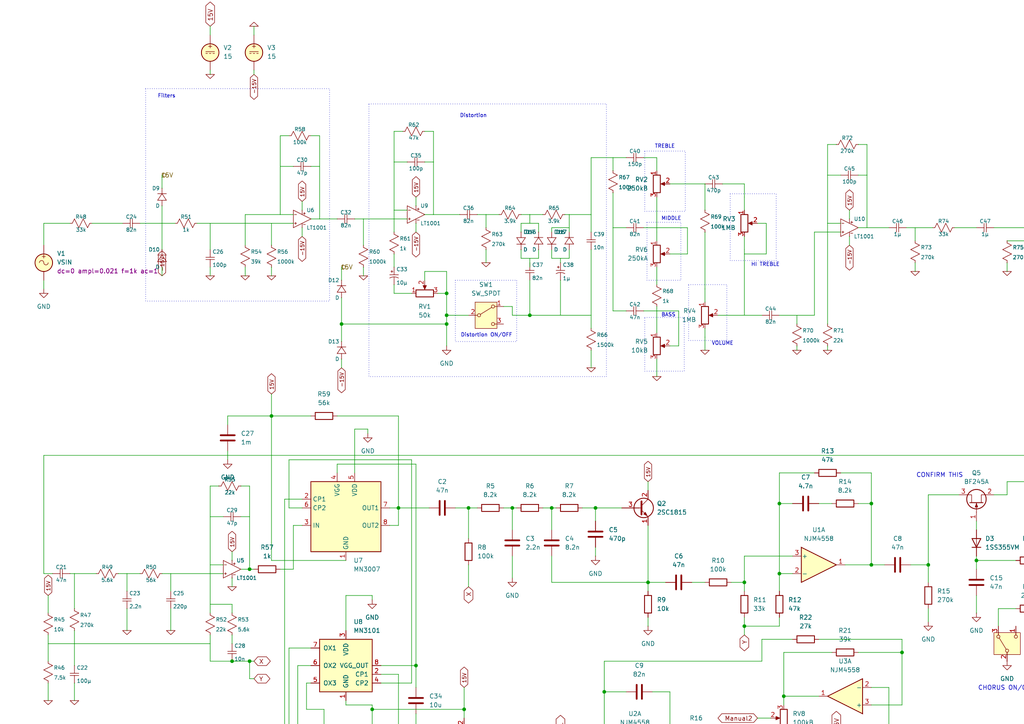
<source format=kicad_sch>
(kicad_sch (version 20231120) (generator "eeschema") (generator_version "8.0")
  (paper "A4")
  (junction (at 496.57 62.23))
  (junction (at 349.25 116.84))
  (junction (at 363.22 48.26))
  (junction (at 561.34 59.69))
  (junction (at 335.28 212.09))
  (junction (at 93.98 232.41))
  (junction (at 297.18 212.09))
  (junction (at 135.89 147.32))
  (junction (at 175.26 200.66))
  (junction (at 226.06 146.05))
  (junction (at 372.11 44.45))
  (junction (at 408.94 115.57))
  (junction (at 313.69 212.09))
  (junction (at 115.57 147.32))
  (junction (at 172.72 147.32))
  (junction (at 269.24 163.83))
  (junction (at 271.78 212.09))
  (junction (at 283.21 162.56))
  (junction (at 656.59 58.42))
  (junction (at 369.57 115.57))
  (junction (at 358.14 114.3))
  (junction (at 148.59 147.32))
  (junction (at 227.33 201.93))
  (junction (at 120.65 193.04))
  (junction (at 379.73 63.5))
  (junction (at 261.62 189.23))
  (junction (at 335.28 208.28))
  (junction (at 78.74 120.65))
  (junction (at 496.57 59.69))
  (junction (at 379.73 135.89))
  (junction (at 271.78 226.06))
  (junction (at 242.57 226.06))
  (junction (at 588.01 59.69))
  (junction (at 353.06 208.28))
  (junction (at 107.95 205.74))
  (junction (at 600.71 59.69))
  (junction (at 72.39 191.77))
  (junction (at 99.06 93.98))
  (junction (at 252.73 146.05))
  (junction (at 389.89 63.5))
  (junction (at 129.54 85.09))
  (junction (at 351.79 62.23))
  (junction (at 353.06 217.17))
  (junction (at 632.46 59.69))
  (junction (at 304.8 176.53))
  (junction (at 107.95 232.41))
  (junction (at 576.58 59.69))
  (junction (at 160.02 147.32))
  (junction (at 187.96 168.91))
  (junction (at 331.47 64.77))
  (junction (at 459.74 63.5))
  (junction (at 297.18 223.52))
  (junction (at 314.96 162.56))
  (junction (at 469.9 63.5))
  (junction (at 194.31 214.63))
  (junction (at 226.06 166.37))
  (junction (at 547.37 59.69))
  (junction (at 72.39 165.1))
  (junction (at 358.14 100.33))
  (junction (at 419.1 115.57))
  (junction (at 363.22 63.5))
  (junction (at 134.62 232.41))
  (junction (at 335.28 201.93))
  (junction (at 623.57 59.69))
  (junction (at 400.05 135.89))
  (junction (at 242.57 236.22))
  (junction (at 521.97 72.39))
  (junction (at 326.39 130.81))
  (junction (at 369.57 100.33))
  (junction (at 521.97 59.69))
  (junction (at 227.33 219.71))
  (junction (at 336.55 157.48))
  (junction (at 129.54 93.98))
  (junction (at 215.9 168.91))
  (junction (at 134.62 205.74))
  (junction (at 129.54 91.44))
  (junction (at 227.33 236.22))
  (junction (at 86.36 232.41))
  (junction (at 215.9 181.61))
  (junction (at 153.67 91.44))
  (junction (at 641.35 45.72))
  (junction (at 252.73 163.83))
  (junction (at 351.79 48.26))
  (junction (at 67.31 191.77))
  (wire (pts (xy 66.04 120.65) (xy 78.74 120.65)))
  (wire (pts (xy 325.12 162.56) (xy 328.93 162.56)))
  (wire (pts (xy 171.45 62.23) (xy 171.45 45.72)) (stroke (width 0.1524)))
  (wire (pts (xy 72.39 191.77) (xy 73.66 191.77)))
  (wire (pts (xy 118.11 46.99) (xy 114.3 46.99)) (stroke (width 0.1524)))
  (wire (pts (xy 67.31 191.77) (xy 72.39 191.77)))
  (wire (pts (xy 107.95 232.41) (xy 104.14 232.41)))
  (wire (pts (xy 300.99 55.88) (xy 300.99 52.07)) (stroke (width 0.1524)))
  (wire (pts (xy 552.45 59.69) (xy 547.37 59.69)) (stroke (width 0.1524)))
  (wire (pts (xy 316.23 49.53) (xy 313.69 49.53)) (stroke (width 0.1524)))
  (wire (pts (xy 86.36 193.04) (xy 86.36 214.63)))
  (wire (pts (xy 278.13 143.51) (xy 269.24 143.51)))
  (wire (pts (xy 177.8 49.53) (xy 177.8 45.72)) (stroke (width 0.1524)))
  (wire (pts (xy 72.39 165.1) (xy 69.85 165.1)) (stroke (width 0.1524)))
  (wire (pts (xy 351.79 90.17) (xy 351.79 85.09)) (stroke (width 0.1524)))
  (wire (pts (xy 201.93 231.14) (xy 237.49 231.14)))
  (wire (pts (xy 114.3 60.96) (xy 114.3 46.99)) (stroke (width 0.1524)))
  (wire (pts (xy 99.06 93.98) (xy 129.54 93.98)) (stroke (width 0.1524)))
  (wire (pts (xy 36.83 171.45) (xy 36.83 166.37)) (stroke (width 0.1524)))
  (wire (pts (xy 60.96 80.01) (xy 60.96 77.47)) (stroke (width 0.1524)))
  (wire (pts (xy 148.59 161.29) (xy 148.59 167.64)))
  (wire (pts (xy 92.71 63.5) (xy 92.71 48.26)) (stroke (width 0.1524)))
  (wire (pts (xy 97.79 63.5) (xy 92.71 63.5)) (stroke (width 0.1524)))
  (wire (pts (xy 160.02 147.32) (xy 160.02 153.67)))
  (wire (pts (xy 87.63 60.96) (xy 87.63 58.42)) (stroke (width 0.1524)))
  (wire (pts (xy 481.33 76.2) (xy 459.74 76.2)) (stroke (width 0.1524)))
  (wire (pts (xy 360.68 91.44) (xy 358.14 91.44)) (stroke (width 0.1524)))
  (wire (pts (xy 220.98 91.44) (xy 215.9 91.44)) (stroke (width 0.1524)))
  (wire (pts (xy 151.13 74.93) (xy 151.13 72.39)) (stroke (width 0.1524)))
  (wire (pts (xy 60.96 186.69) (xy 60.96 184.15)) (stroke (width 0.1524)))
  (wire (pts (xy 323.85 212.09) (xy 335.28 212.09)))
  (wire (pts (xy 459.74 63.5) (xy 457.2 63.5)) (stroke (width 0.1524)))
  (wire (pts (xy 72.39 191.77) (xy 72.39 196.85)))
  (wire (pts (xy 13.97 186.69) (xy 13.97 184.15)) (stroke (width 0.1524)))
  (wire (pts (xy 73.66 21.59) (xy 73.66 20.32)) (stroke (width 0.1524)))
  (wire (pts (xy 129.54 91.44) (xy 129.54 93.98)) (stroke (width 0.1524)))
  (wire (pts (xy 125.73 46.99) (xy 125.73 38.1)) (stroke (width 0.1524)))
  (wire (pts (xy 496.57 50.8) (xy 477.52 50.8)) (stroke (width 0.1524)))
  (wire (pts (xy 181.61 45.72) (xy 177.8 45.72)) (stroke (width 0.1524)))
  (wire (pts (xy 622.3 45.72) (xy 618.49 45.72)) (stroke (width 0.1524)))
  (wire (pts (xy 363.22 63.5) (xy 360.68 63.5)) (stroke (width 0.1524)))
  (wire (pts (xy 469.9 49.53) (xy 469.9 44.45)) (stroke (width 0.1524)))
  (wire (pts (xy 36.83 166.37) (xy 34.29 166.37)) (stroke (width 0.1524)))
  (wire (pts (xy 212.09 168.91) (xy 215.9 168.91)))
  (wire (pts (xy 60.96 163.83) (xy 60.96 149.86)) (stroke (width 0.1524)))
  (wire (pts (xy 46.99 64.77) (xy 40.64 64.77)) (stroke (width 0.1524)))
  (wire (pts (xy 237.49 231.14) (xy 237.49 226.06)))
  (wire (pts (xy 82.55 144.78) (xy 87.63 144.78)))
  (wire (pts (xy 172.72 147.32) (xy 180.34 147.32)))
  (wire (pts (xy 191.77 214.63) (xy 194.31 214.63)))
  (wire (pts (xy 251.46 41.91) (xy 248.92 41.91)) (stroke (width 0.1524)))
  (wire (pts (xy 300.99 69.85) (xy 300.99 66.04)) (stroke (width 0.1524)))
  (wire (pts (xy 355.6 62.23) (xy 351.79 62.23)) (stroke (width 0.1524)))
  (wire (pts (xy 363.22 39.37) (xy 360.68 39.37)) (stroke (width 0.1524)))
  (wire (pts (xy 118.11 63.5) (xy 105.41 63.5)) (stroke (width 0.1524)))
  (wire (pts (xy 226.06 171.45) (xy 226.06 166.37)))
  (wire (pts (xy 576.58 59.69) (xy 570.23 59.69)) (stroke (width 0.1524)))
  (wire (pts (xy 123.19 81.28) (xy 123.19 78.74)))
  (wire (pts (xy 60.96 10.16) (xy 60.96 7.62)) (stroke (width 0.1524)))
  (wire (pts (xy 93.98 205.74) (xy 93.98 218.44)))
  (wire (pts (xy 72.39 149.86) (xy 69.85 149.86)) (stroke (width 0.1524)))
  (wire (pts (xy 187.96 139.7) (xy 187.96 142.24)))
  (wire (pts (xy 243.84 50.8) (xy 240.03 50.8)) (stroke (width 0.1524)))
  (wire (pts (xy 496.57 76.2) (xy 487.68 76.2)) (stroke (width 0.1524)))
  (wire (pts (xy 227.33 189.23) (xy 227.33 201.93)))
  (wire (pts (xy 632.46 59.69) (xy 623.57 59.69)) (stroke (width 0.1524)))
  (wire (pts (xy 481.33 60.96) (xy 477.52 60.96)) (stroke (width 0.1524)))
  (wire (pts (xy 148.59 147.32) (xy 149.86 147.32)))
  (wire (pts (xy 190.5 67.31) (xy 190.5 69.85)))
  (wire (pts (xy 114.3 85.09) (xy 119.38 85.09)))
  (wire (pts (xy 283.21 172.72) (xy 283.21 177.8)))
  (wire (pts (xy 222.25 73.66) (xy 222.25 64.77)) (stroke (width 0.1524)))
  (wire (pts (xy 15.24 166.37) (xy 12.7 166.37)) (stroke (width 0.1524)))
  (wire (pts (xy 46.99 80.01) (xy 46.99 77.47)) (stroke (width 0.1524)))
  (wire (pts (xy 316.23 132.08) (xy 12.7 132.08)) (stroke (width 0.1524)))
  (wire (pts (xy 419.1 115.57) (xy 416.56 115.57)) (stroke (width 0.1524)))
  (wire (pts (xy 135.89 147.32) (xy 138.43 147.32)))
  (wire (pts (xy 237.49 201.93) (xy 227.33 201.93)))
  (wire (pts (xy 311.15 62.23) (xy 311.15 59.69)) (stroke (width 0.1524)))
  (wire (pts (xy 134.62 229.87) (xy 134.62 232.41)))
  (wire (pts (xy 90.17 187.96) (xy 83.82 187.96)))
  (wire (pts (xy 215.9 57.15) (xy 215.9 53.34)) (stroke (width 0.1524)))
  (wire (pts (xy 129.54 85.09) (xy 129.54 91.44)) (stroke (width 0.1524)))
  (wire (pts (xy 204.47 60.96) (xy 204.47 53.34)) (stroke (width 0.1524)))
  (wire (pts (xy 204.47 53.34) (xy 194.31 53.34)) (stroke (width 0.1524)))
  (wire (pts (xy 144.78 62.23) (xy 140.97 62.23)) (stroke (width 0.1524)))
  (wire (pts (xy 384.81 115.57) (xy 408.94 115.57)))
  (wire (pts (xy 521.97 72.39) (xy 521.97 69.85)) (stroke (width 0.1524)))
  (wire (pts (xy 600.71 59.69) (xy 588.01 59.69)) (stroke (width 0.1524)))
  (wire (pts (xy 547.37 71.12) (xy 547.37 69.85)) (stroke (width 0.1524)))
  (wire (pts (xy 289.56 176.53) (xy 294.64 176.53)))
  (wire (pts (xy 49.53 171.45) (xy 49.53 166.37)) (stroke (width 0.1524)))
  (wire (pts (xy 175.26 236.22) (xy 227.33 236.22)))
  (wire (pts (xy 257.81 226.06) (xy 271.78 226.06)))
  (wire (pts (xy 364.49 113.03) (xy 364.49 110.49)) (stroke (width 0.1524)))
  (wire (pts (xy 326.39 143.51) (xy 326.39 147.32)))
  (wire (pts (xy 165.1 67.31) (xy 165.1 66.04)) (stroke (width 0.1524)))
  (wire (pts (xy 623.57 66.04) (xy 623.57 59.69)) (stroke (width 0.1524)))
  (wire (pts (xy 227.33 236.22) (xy 242.57 236.22)))
  (wire (pts (xy 243.84 64.77) (xy 240.03 64.77)) (stroke (width 0.1524)))
  (wire (pts (xy 129.54 91.44) (xy 135.89 91.44)))
  (wire (pts (xy 120.65 67.31) (xy 120.65 64.77)) (stroke (width 0.1524)))
  (wire (pts (xy 60.96 64.77) (xy 57.15 64.77)) (stroke (width 0.1524)))
  (wire (pts (xy 199.39 73.66) (xy 199.39 66.04)) (stroke (width 0.1524)))
  (wire (pts (xy 400.05 63.5) (xy 389.89 63.5)) (stroke (width 0.1524)))
  (wire (pts (xy 369.57 115.57) (xy 367.03 115.57)) (stroke (width 0.1524)))
  (wire (pts (xy 283.21 161.29) (xy 283.21 162.56)))
  (wire (pts (xy 148.59 88.9) (xy 148.59 91.44)))
  (wire (pts (xy 190.5 92.71) (xy 190.5 96.52)))
  (wire (pts (xy 129.54 93.98) (xy 129.54 100.33)) (stroke (width 0.1524)))
  (wire (pts (xy 265.43 66.04) (xy 262.89 66.04)) (stroke (width 0.1524)))
  (wire (pts (xy 107.95 232.41) (xy 111.76 232.41)))
  (wire (pts (xy 496.57 62.23) (xy 496.57 59.69)) (stroke (width 0.1524)))
  (wire (pts (xy 100.33 172.72) (xy 107.95 172.72)))
  (wire (pts (xy 219.71 208.28) (xy 223.52 208.28)))
  (wire (pts (xy 292.1 143.51) (xy 288.29 143.51)))
  (wire (pts (xy 600.71 83.82) (xy 600.71 80.01)) (stroke (width 0.1524)))
  (wire (pts (xy 157.48 62.23) (xy 153.67 62.23)) (stroke (width 0.1524)))
  (wire (pts (xy 345.44 113.03) (xy 349.25 113.03)))
  (wire (pts (xy 618.49 49.53) (xy 618.49 45.72)) (stroke (width 0.1524)))
  (wire (pts (xy 165.1 74.93) (xy 162.56 74.93)) (stroke (width 0.1524)))
  (wire (pts (xy 134.62 199.39) (xy 134.62 205.74)))
  (wire (pts (xy 171.45 106.68) (xy 171.45 101.6)) (stroke (width 0.1524)))
  (wire (pts (xy 73.66 196.85) (xy 72.39 196.85)))
  (wire (pts (xy 320.04 113.03) (xy 320.04 85.09)))
  (wire (pts (xy 336.55 64.77) (xy 331.47 64.77)) (stroke (width 0.1524)))
  (wire (pts (xy 151.13 67.31) (xy 151.13 64.77)) (stroke (width 0.1524)))
  (wire (pts (xy 148.59 91.44) (xy 153.67 91.44)))
  (wire (pts (xy 40.64 166.37) (xy 36.83 166.37)) (stroke (width 0.1524)))
  (wire (pts (xy 297.18 223.52) (xy 297.18 220.98)))
  (wire (pts (xy 194.31 214.63) (xy 198.12 214.63)))
  (wire (pts (xy 261.62 204.47) (xy 252.73 204.47)))
  (wire (pts (xy 227.33 212.09) (xy 227.33 219.71)))
  (wire (pts (xy 271.78 226.06) (xy 271.78 228.6)))
  (wire (pts (xy 257.81 66.04) (xy 251.46 66.04)) (stroke (width 0.1524)))
  (wire (pts (xy 281.94 223.52) (xy 283.21 223.52)))
  (wire (pts (xy 204.47 83.82) (xy 204.47 87.63)))
  (wire (pts (xy 102.87 124.46) (xy 106.68 124.46)))
  (wire (pts (xy 100.33 182.88) (xy 100.33 172.72)))
  (wire (pts (xy 265.43 69.85) (xy 265.43 66.04)) (stroke (width 0.1524)))
  (wire (pts (xy 289.56 181.61) (xy 289.56 176.53)))
  (wire (pts (xy 252.73 137.16) (xy 252.73 146.05)))
  (wire (pts (xy 60.96 21.59) (xy 60.96 20.32)) (stroke (width 0.1524)))
  (wire (pts (xy 125.73 62.23) (xy 123.19 62.23)) (stroke (width 0.1524)))
  (wire (pts (xy 349.25 116.84) (xy 361.95 116.84)))
  (wire (pts (xy 269.24 176.53) (xy 269.24 180.34)))
  (wire (pts (xy 308.61 63.5) (xy 306.07 63.5)) (stroke (width 0.1524)))
  (wire (pts (xy 416.56 63.5) (xy 416.56 67.31)) (stroke (width 0.1524)))
  (wire (pts (xy 46.99 54.61) (xy 46.99 50.8)) (stroke (width 0.1524)))
  (wire (pts (xy 561.34 72.39) (xy 561.34 68.58)) (stroke (width 0.1524)))
  (wire (pts (xy 99.06 86.36) (xy 99.06 93.98)) (stroke (width 0.1524)))
  (wire (pts (xy 297.18 223.52) (xy 303.53 223.52)))
  (wire (pts (xy 107.95 172.72) (xy 107.95 173.99)))
  (wire (pts (xy 242.57 41.91) (xy 240.03 41.91)) (stroke (width 0.1524)))
  (wire (pts (xy 162.56 91.44) (xy 162.56 81.28)) (stroke (width 0.1524)))
  (wire (pts (xy 127 213.36) (xy 124.46 213.36)))
  (wire (pts (xy 363.22 48.26) (xy 360.68 48.26)) (stroke (width 0.1524)))
  (wire (pts (xy 67.31 177.8) (xy 67.31 175.26)) (stroke (width 0.1524)))
  (wire (pts (xy 369.57 100.33) (xy 367.03 100.33)) (stroke (width 0.1524)))
  (wire (pts (xy 190.5 66.04) (xy 186.69 66.04)) (stroke (width 0.1524)))
  (wire (pts (xy 66.04 123.19) (xy 66.04 120.65)))
  (wire (pts (xy 307.34 40.64) (xy 304.8 40.64)) (stroke (width 0.1524)))
  (wire (pts (xy 83.82 133.35) (xy 83.82 147.32)))
  (wire (pts (xy 85.09 165.1) (xy 81.28 165.1)))
  (wire (pts (xy 92.71 39.37) (xy 90.17 39.37)) (stroke (width 0.1524)))
  (wire (pts (xy 165.1 66.04) (xy 165.1 62.23)) (stroke (width 0.1524)))
  (wire (pts (xy 72.39 149.86) (xy 72.39 140.97)) (stroke (width 0.1524)))
  (wire (pts (xy 372.11 217.17) (xy 365.76 217.17)))
  (wire (pts (xy 156.21 74.93) (xy 156.21 72.39)) (stroke (width 0.1524)))
  (wire (pts (xy 242.57 226.06) (xy 242.57 227.33)))
  (wire (pts (xy 196.85 90.17) (xy 190.5 90.17)) (stroke (width 0.1524)))
  (wire (pts (xy 311.15 223.52) (xy 313.69 223.52)))
  (wire (pts (xy 393.7 135.89) (xy 400.05 135.89)))
  (wire (pts (xy 261.62 185.42) (xy 261.62 189.23)))
  (wire (pts (xy 314.96 147.32) (xy 314.96 149.86)))
  (wire (pts (xy 501.65 59.69) (xy 496.57 59.69)) (stroke (width 0.1524)))
  (wire (pts (xy 358.14 100.33) (xy 358.14 91.44)) (stroke (width 0.1524)))
  (wire (pts (xy 477.52 60.96) (xy 477.52 50.8)) (stroke (width 0.1524)))
  (wire (pts (xy 231.14 101.6) (xy 231.14 100.33)) (stroke (width 0.1524)))
  (wire (pts (xy 302.26 162.56) (xy 314.96 162.56)))
  (wire (pts (xy 242.57 234.95) (xy 242.57 236.22)))
  (wire (pts (xy 321.31 113.03) (xy 320.04 113.03)))
  (wire (pts (xy 251.46 66.04) (xy 251.46 50.8)) (stroke (width 0.1524)))
  (wire (pts (xy 105.41 63.5) (xy 102.87 63.5)) (stroke (width 0.1524)))
  (wire (pts (xy 115.57 195.58) (xy 110.49 195.58)))
  (wire (pts (xy 172.72 147.32) (xy 168.91 147.32)))
  (wire (pts (xy 50.8 64.77) (xy 46.99 64.77)) (stroke (width 0.1524)))
  (wire (pts (xy 162.56 217.17) (xy 176.53 217.17)))
  (wire (pts (xy 129.54 78.74) (xy 129.54 85.09)))
  (wire (pts (xy 171.45 67.31) (xy 171.45 62.23)) (stroke (width 0.1524)))
  (wire (pts (xy 229.87 146.05) (xy 226.06 146.05)))
  (wire (pts (xy 308.61 66.04) (xy 300.99 66.04)) (stroke (width 0.1524)))
  (wire (pts (xy 588.01 66.04) (xy 588.01 59.69)) (stroke (width 0.1524)))
  (wire (pts (xy 83.82 232.41) (xy 86.36 232.41)))
  (wire (pts (xy 99.06 81.28) (xy 99.06 77.47)) (stroke (width 0.1524)))
  (wire (pts (xy 336.55 157.48) (xy 347.98 157.48)))
  (wire (pts (xy 46.99 72.39) (xy 46.99 64.77)) (stroke (width 0.1524)))
  (wire (pts (xy 67.31 186.69) (xy 67.31 184.15)) (stroke (width 0.1524)))
  (wire (pts (xy 160.02 168.91) (xy 187.96 168.91)))
  (wire (pts (xy 231.14 91.44) (xy 226.06 91.44)) (stroke (width 0.1524)))
  (wire (pts (xy 113.03 152.4) (xy 115.57 152.4)))
  (wire (pts (xy 162.56 76.2) (xy 162.56 74.93)) (stroke (width 0.1524)))
  (wire (pts (xy 119.38 133.35) (xy 83.82 133.35)))
  (wire (pts (xy 237.49 226.06) (xy 242.57 226.06)))
  (wire (pts (xy 88.9 198.12) (xy 88.9 205.74)))
  (wire (pts (xy 160.02 67.31) (xy 160.02 66.04)) (stroke (width 0.1524)))
  (wire (pts (xy 114.3 46.99) (xy 114.3 38.1)) (stroke (width 0.1524)))
  (wire (pts (xy 190.5 92.71) (xy 190.5 90.17)) (stroke (width 0.1524)))
  (wire (pts (xy 67.31 162.56) (xy 67.31 160.02)) (stroke (width 0.1524)))
  (wire (pts (xy 612.14 59.69) (xy 600.71 59.69)) (stroke (width 0.1524)))
  (wire (pts (xy 82.55 144.78) (xy 82.55 212.09)))
  (wire (pts (xy 372.11 34.29) (xy 372.11 29.21)))
  (wire (pts (xy 521.97 63.5) (xy 521.97 59.69)) (stroke (width 0.1524)))
  (wire (pts (xy 521.97 85.09) (xy 521.97 81.28)) (stroke (width 0.1524)))
  (wire (pts (xy 102.87 137.16) (xy 102.87 124.46)))
  (wire (pts (xy 199.39 66.04) (xy 190.5 66.04)) (stroke (width 0.1524)))
  (wire (pts (xy 215.9 168.91) (xy 215.9 171.45)))
  (wire (pts (xy 153.67 77.47) (xy 153.67 76.2)) (stroke (width 0.1524)))
  (wire (pts (xy 243.84 137.16) (xy 252.73 137.16)))
  (wire (pts (xy 63.5 140.97) (xy 60.96 140.97)) (stroke (width 0.1524)))
  (wire (pts (xy 656.59 58.42) (xy 656.59 45.72)) (stroke (width 0.1524)))
  (wire (pts (xy 190.5 104.14) (xy 190.5 107.95)))
  (wire (pts (xy 304.8 49.53) (xy 304.8 40.64)) (stroke (width 0.1524)))
  (wire (pts (xy 12.7 166.37) (xy 12.7 132.08)) (stroke (width 0.1524)))
  (wire (pts (xy 459.74 76.2) (xy 459.74 63.5)) (stroke (width 0.1524)))
  (wire (pts (xy 561.34 63.5) (xy 561.34 59.69)) (stroke (width 0.1524)))
  (wire (pts (xy 576.58 83.82) (xy 576.58 80.01)) (stroke (width 0.1524)))
  (wire (pts (xy 251.46 50.8) (xy 248.92 50.8)) (stroke (width 0.1524)))
  (wire (pts (xy 67.31 191.77) (xy 60.96 191.77)) (stroke (width 0.1524)))
  (wire (pts (xy 643.89 57.15) (xy 641.35 57.15)) (stroke (width 0.1524)))
  (wire (pts (xy 226.06 179.07) (xy 226.06 181.61)))
  (wire (pts (xy 440.69 63.5) (xy 440.69 67.31)) (stroke (width 0.1524)))
  (wire (pts (xy 306.07 63.5) (xy 304.8 63.5)) (stroke (width 0.1524)))
  (wire (pts (xy 521.97 76.2) (xy 521.97 72.39)) (stroke (width 0.1524)))
  (wire (pts (xy 364.49 120.65) (xy 364.49 118.11)) (stroke (width 0.1524)))
  (wire (pts (xy 215.9 73.66) (xy 215.9 72.39)) (stroke (width 0.1524)))
  (wire (pts (xy 547.37 87.63) (xy 547.37 85.09)) (stroke (width 0.1524)))
  (wire (pts (xy 140.97 66.04) (xy 140.97 62.23)) (stroke (width 0.1524)))
  (wire (pts (xy 323.85 226.06) (xy 353.06 226.06)))
  (wire (pts (xy 229.87 161.29) (xy 215.9 161.29)))
  (wire (pts (xy 243.84 67.31) (xy 236.22 67.31)) (stroke (width 0.1524)))
  (wire (pts (xy 60.96 186.69) (xy 21.59 186.69)) (stroke (width 0.1524)))
  (wire (pts (xy 236.22 91.44) (xy 236.22 67.31)) (stroke (width 0.1524)))
  (wire (pts (xy 242.57 236.22) (xy 242.57 240.03)))
  (wire (pts (xy 127 85.09) (xy 129.54 85.09)))
  (wire (pts (xy 87.63 68.58) (xy 87.63 66.04)) (stroke (width 0.1524)))
  (wire (pts (xy 283.21 162.56) (xy 283.21 165.1)))
  (wire (pts (xy 292.1 139.7) (xy 292.1 143.51)))
  (wire (pts (xy 306.07 82.55) (xy 306.07 80.01)) (stroke (width 0.1524)))
  (wire (pts (xy 115.57 120.65) (xy 115.57 147.32)))
  (wire (pts (xy 215.9 161.29) (xy 215.9 168.91)))
  (wire (pts (xy 314.96 181.61) (xy 314.96 185.42)))
  (wire (pts (xy 311.15 69.85) (xy 311.15 67.31)) (stroke (width 0.1524)))
  (wire (pts (xy 215.9 179.07) (xy 215.9 181.61)))
  (wire (pts (xy 236.22 137.16) (xy 226.06 137.16)))
  (wire (pts (xy 336.55 154.94) (xy 336.55 157.48)))
  (wire (pts (xy 67.31 175.26) (xy 60.96 175.26)) (stroke (width 0.1524)))
  (wire (pts (xy 369.57 115.57) (xy 369.57 100.33)) (stroke (width 0.1524)))
  (wire (pts (xy 511.81 59.69) (xy 508 59.69)) (stroke (width 0.1524)))
  (wire (pts (xy 656.59 58.42) (xy 648.97 58.42)) (stroke (width 0.1524)))
  (wire (pts (xy 231.14 93.98) (xy 231.14 91.44)) (stroke (width 0.1524)))
  (wire (pts (xy 588.01 59.69) (xy 576.58 59.69)) (stroke (width 0.1524)))
  (wire (pts (xy 297.18 212.09) (xy 303.53 212.09)))
  (wire (pts (xy 181.61 200.66) (xy 175.26 200.66)))
  (wire (pts (xy 342.9 168.91) (xy 342.9 167.64)))
  (wire (pts (xy 248.92 146.05) (xy 252.73 146.05)))
  (wire (pts (xy 242.57 247.65) (xy 242.57 250.19)))
  (wire (pts (xy 256.54 163.83) (xy 252.73 163.83)))
  (wire (pts (xy 576.58 74.93) (xy 576.58 72.39)) (stroke (width 0.1524)))
  (wire (pts (xy 588.01 93.98) (xy 588.01 90.17)) (stroke (width 0.1524)))
  (wire (pts (xy 311.15 212.09) (xy 313.69 212.09)))
  (wire (pts (xy 99.06 93.98) (xy 99.06 99.06)) (stroke (width 0.1524)))
  (wire (pts (xy 13.97 191.77) (xy 13.97 186.69)) (stroke (width 0.1524)))
  (wire (pts (xy 189.23 200.66) (xy 194.31 200.66)))
  (wire (pts (xy 21.59 193.04) (xy 21.59 186.69)) (stroke (width 0.1524)))
  (wire (pts (xy 521.97 59.69) (xy 516.89 59.69)) (stroke (width 0.1524)))
  (wire (pts (xy 271.78 212.09) (xy 254 212.09)))
  (wire (pts (xy 135.89 147.32) (xy 135.89 156.21)))
  (wire (pts (xy 400.05 135.89) (xy 400.05 138.43)))
  (wire (pts (xy 242.57 224.79) (xy 242.57 226.06)))
  (wire (pts (xy 350.52 201.93) (xy 353.06 201.93)))
  (wire (pts (xy 64.77 149.86) (xy 60.96 149.86)) (stroke (width 0.1524)))
  (wire (pts (xy 300.99 66.04) (xy 300.99 60.96)) (stroke (width 0.1524)))
  (wire (pts (xy 332.74 130.81) (xy 326.39 130.81)))
  (wire (pts (xy 72.39 165.1) (xy 72.39 149.86)) (stroke (width 0.1524)))
  (wire (pts (xy 600.71 93.98) (xy 600.71 90.17)) (stroke (width 0.1524)))
  (wire (pts (xy 107.95 204.47) (xy 107.95 205.74)))
  (wire (pts (xy 196.85 100.33) (xy 194.31 100.33)) (stroke (width 0.1524)))
  (wire (pts (xy 246.38 63.5) (xy 246.38 60.96)) (stroke (width 0.1524)))
  (wire (pts (xy 12.7 64.77) (xy 12.7 71.12)) (stroke (width 0.1524)))
  (wire (pts (xy 389.89 63.5) (xy 387.35 63.5)) (stroke (width 0.1524)))
  (wire (pts (xy 199.39 73.66) (xy 194.31 73.66)) (stroke (width 0.1524)))
  (wire (pts (xy 114.3 77.47) (xy 114.3 73.66)) (stroke (width 0.1524)))
  (wire (pts (xy 419.1 124.46) (xy 419.1 115.57)) (stroke (width 0.1524)))
  (wire (pts (xy 115.57 147.32) (xy 115.57 152.4)))
  (wire (pts (xy 563.88 59.69) (xy 561.34 59.69)) (stroke (width 0.1524)))
  (wire (pts (xy 60.96 191.77) (xy 60.96 186.69)) (stroke (width 0.1524)))
  (wire (pts (xy 320.04 139.7) (xy 292.1 139.7)))
  (wire (pts (xy 246.38 71.12) (xy 246.38 68.58)) (stroke (width 0.1524)))
  (wire (pts (xy 227.33 236.22) (xy 227.33 240.03)))
  (wire (pts (xy 13.97 203.2) (xy 13.97 198.12)) (stroke (width 0.1524)))
  (wire (pts (xy 87.63 152.4) (xy 85.09 152.4)))
  (wire (pts (xy 162.56 91.44) (xy 153.67 91.44)) (stroke (width 0.1524)))
  (wire (pts (xy 215.9 68.58) (xy 215.9 72.39)))
  (wire (pts (xy 72.39 140.97) (xy 69.85 140.97)) (stroke (width 0.1524)))
  (wire (pts (xy 171.45 95.25) (xy 171.45 91.44)) (stroke (width 0.1524)))
  (wire (pts (xy 641.35 57.15) (xy 641.35 45.72)) (stroke (width 0.1524)))
  (wire (pts (xy 171.45 62.23) (xy 165.1 62.23)) (stroke (width 0.1524)))
  (wire (pts (xy 171.45 91.44) (xy 171.45 72.39)) (stroke (width 0.1524)))
  (wire (pts (xy 119.38 198.12) (xy 119.38 133.35)))
  (wire (pts (xy 85.09 48.26) (xy 81.28 48.26)) (stroke (width 0.1524)))
  (wire (pts (xy 547.37 59.69) (xy 521.97 59.69)) (stroke (width 0.1524)))
  (wire (pts (xy 237.49 146.05) (xy 241.3 146.05)))
  (wire (pts (xy 400.05 130.81) (xy 400.05 135.89)))
  (wire (pts (xy 67.31 170.18) (xy 67.31 167.64)) (stroke (width 0.1524)))
  (wire (pts (xy 600.71 66.04) (xy 600.71 59.69)) (stroke (width 0.1524)))
  (wire (pts (xy 21.59 186.69) (xy 13.97 186.69)) (stroke (width 0.1524)))
  (wire (pts (xy 379.73 72.39) (xy 379.73 63.5)) (stroke (width 0.1524)))
  (wire (pts (xy 270.51 66.04) (xy 265.43 66.04)) (stroke (width 0.1524)))
  (wire (pts (xy 623.57 76.2) (xy 623.57 72.39)) (stroke (width 0.1524)))
  (wire (pts (xy 351.79 48.26) (xy 351.79 39.37)) (stroke (width 0.1524)))
  (wire (pts (xy 304.8 63.5) (xy 304.8 49.53)) (stroke (width 0.1524)))
  (wire (pts (xy 86.36 232.41) (xy 93.98 232.41)))
  (wire (pts (xy 271.78 236.22) (xy 271.78 240.03)))
  (wire (pts (xy 156.21 74.93) (xy 153.67 74.93)) (stroke (width 0.1524)))
  (wire (pts (xy 306.07 73.66) (xy 306.07 63.5)) (stroke (width 0.1524)))
  (wire (pts (xy 120.65 207.01) (xy 120.65 214.63)))
  (wire (pts (xy 88.9 205.74) (xy 93.98 205.74)))
  (wire (pts (xy 12.7 81.28) (xy 12.7 83.82)))
  (wire (pts (xy 342.9 64.77) (xy 355.6 64.77)) (stroke (width 0.1524)))
  (wire (pts (xy 416.56 63.5) (xy 406.4 63.5)) (stroke (width 0.1524)))
  (wire (pts (xy 162.56 222.25) (xy 166.37 222.25)))
  (wire (pts (xy 190.5 82.55) (xy 190.5 81.28)) (stroke (width 0.1524)))
  (wire (pts (xy 389.89 72.39) (xy 389.89 63.5)) (stroke (width 0.1524)))
  (wire (pts (xy 300.99 69.85) (xy 292.1 69.85)) (stroke (width 0.1524)))
  (wire (pts (xy 496.57 62.23) (xy 486.41 62.23)) (stroke (width 0.1524)))
  (wire (pts (xy 469.9 63.5) (xy 469.9 55.88)) (stroke (width 0.1524)))
  (wire (pts (xy 452.12 63.5) (xy 440.69 63.5)) (stroke (width 0.1524)))
  (wire (pts (xy 354.33 39.37) (xy 351.79 39.37)) (stroke (width 0.1524)))
  (wire (pts (xy 190.5 66.04) (xy 190.5 60.96)) (stroke (width 0.1524)))
  (wire (pts (xy 134.62 208.28) (xy 134.62 205.74)))
  (wire (pts (xy 153.67 76.2) (xy 153.67 74.93)) (stroke (width 0.1524)))
  (wire (pts (xy 153.67 74.93) (xy 151.13 74.93)) (stroke (width 0.1524)))
  (wire (pts (xy 358.14 60.96) (xy 358.14 58.42)) (stroke (width 0.1524)))
  (wire (pts (xy 323.85 64.77) (xy 316.23 64.77)) (stroke (width 0.1524)))
  (wire (pts (xy 99.06 106.68) (xy 99.06 104.14)) (stroke (width 0.1524)))
  (wire (pts (xy 204.47 95.25) (xy 204.47 97.79)))
  (wire (pts (xy 120.65 59.69) (xy 120.65 57.15)) (stroke (width 0.1524)))
  (wire (pts (xy 304.8 176.53) (xy 304.8 180.34)))
  (wire (pts (xy 643.89 59.69) (xy 632.46 59.69)) (stroke (width 0.1524)))
  (wire (pts (xy 124.46 219.71) (xy 140.97 219.71)))
  (wire (pts (xy 320.04 118.11) (xy 320.04 139.7)))
  (wire (pts (xy 171.45 229.87) (xy 166.37 229.87)))
  (wire (pts (xy 408.94 134.62) (xy 408.94 130.81)) (stroke (width 0.1524)))
  (wire (pts (xy 547.37 78.74) (xy 547.37 76.2)) (stroke (width 0.1524)))
  (wire (pts (xy 78.74 114.3) (xy 78.74 120.65)))
  (wire (pts (xy 331.47 113.03) (xy 337.82 113.03)))
  (wire (pts (xy 316.23 64.77) (xy 316.23 49.53)) (stroke (width 0.1524)))
  (wire (pts (xy 323.85 219.71) (xy 323.85 226.06)))
  (wire (pts (xy 97.79 134.62) (xy 120.65 134.62)))
  (wire (pts (xy 73.66 10.16) (xy 73.66 7.62)) (stroke (width 0.1524)))
  (wire (pts (xy 641.35 45.72) (xy 638.81 45.72)) (stroke (width 0.1524)))
  (wire (pts (xy 226.06 146.05) (xy 226.06 166.37)))
  (wire (pts (xy 656.59 45.72) (xy 650.24 45.72)) (stroke (width 0.1524)))
  (wire (pts (xy 411.48 115.57) (xy 408.94 115.57)) (stroke (width 0.1524)))
  (wire (pts (xy 240.03 93.98) (xy 240.03 64.77)) (stroke (width 0.1524)))
  (wire (pts (xy 240.03 50.8) (xy 240.03 41.91)) (stroke (width 0.1524)))
  (wire (pts (xy 335.28 224.79) (xy 335.28 232.41)))
  (wire (pts (xy 576.58 93.98) (xy 576.58 90.17)) (stroke (width 0.1524)))
  (wire (pts (xy 222.25 73.66) (xy 215.9 73.66)) (stroke (width 0.1524)))
  (wire (pts (xy 60.96 149.86) (xy 60.96 140.97)) (stroke (width 0.1524)))
  (wire (pts (xy 342.9 176.53) (xy 342.9 179.07)))
  (wire (pts (xy 123.19 78.74) (xy 129.54 78.74)))
  (wire (pts (xy 283.21 66.04) (xy 276.86 66.04)) (stroke (width 0.1524)))
  (wire (pts (xy 252.73 199.39) (xy 257.81 199.39)))
  (wire (pts (xy 227.33 201.93) (xy 227.33 204.47)))
  (wire (pts (xy 110.49 193.04) (xy 120.65 193.04)))
  (wire (pts (xy 81.28 48.26) (xy 81.28 39.37)) (stroke (width 0.1524)))
  (wire (pts (xy 335.28 212.09) (xy 335.28 214.63)))
  (wire (pts (xy 358.14 140.97) (xy 358.14 135.89)) (stroke (width 0.1524)))
  (wire (pts (xy 623.57 59.69) (xy 618.49 59.69)) (stroke (width 0.1524)))
  (wire (pts (xy 46.99 64.77) (xy 46.99 59.69)) (stroke (width 0.1524)))
  (wire (pts (xy 326.39 130.81) (xy 326.39 135.89)))
  (wire (pts (xy 177.8 66.04) (xy 177.8 55.88)) (stroke (width 0.1524)))
  (wire (pts (xy 153.67 64.77) (xy 151.13 64.77)) (stroke (width 0.1524)))
  (wire (pts (xy 297.18 212.09) (xy 271.78 212.09)))
  (wire (pts (xy 251.46 50.8) (xy 251.46 41.91)) (stroke (width 0.1524)))
  (wire (pts (xy 314.96 162.56) (xy 314.96 171.45)))
  (wire (pts (xy 632.46 67.31) (xy 632.46 59.69)) (stroke (width 0.1524)))
  (wire (pts (xy 148.59 219.71) (xy 152.4 219.71)))
  (wire (pts (xy 100.33 204.47) (xy 107.95 204.47)))
  (wire (pts (xy 290.83 223.52) (xy 297.18 223.52)))
  (wire (pts (xy 283.21 151.13) (xy 283.21 153.67)))
  (wire (pts (xy 379.73 63.5) (xy 377.19 63.5)) (stroke (width 0.1524)))
  (wire (pts (xy 469.9 63.5) (xy 467.36 63.5)) (stroke (width 0.1524)))
  (wire (pts (xy 81.28 62.23) (xy 71.12 62.23)) (stroke (width 0.1524)))
  (wire (pts (xy 187.96 168.91) (xy 193.04 168.91)))
  (wire (pts (xy 335.28 200.66) (xy 335.28 201.93)))
  (wire (pts (xy 100.33 162.56) (xy 78.74 162.56)))
  (wire (pts (xy 118.11 60.96) (xy 114.3 60.96)) (stroke (width 0.1524)))
  (wire (pts (xy 316.23 49.53) (xy 316.23 40.64)) (stroke (width 0.1524)))
  (wire (pts (xy 254 212.09) (xy 254 236.22)))
  (wire (pts (xy 190.5 46.99) (xy 190.5 49.53)))
  (wire (pts (xy 300.99 66.04) (xy 288.29 66.04)) (stroke (width 0.1524)))
  (wire (pts (xy 114.3 67.31) (xy 114.3 60.96)) (stroke (width 0.1524)))
  (wire (pts (xy 60.96 177.8) (xy 60.96 175.26)) (stroke (width 0.1524)))
  (wire (pts (xy 308.61 49.53) (xy 304.8 49.53)) (stroke (width 0.1524)))
  (wire (pts (xy 292.1 78.74) (xy 292.1 76.2)) (stroke (width 0.1524)))
  (wire (pts (xy 369.57 115.57) (xy 374.65 115.57)))
  (wire (pts (xy 21.59 203.2) (xy 21.59 198.12)) (stroke (width 0.1524)))
  (wire (pts (xy 251.46 66.04) (xy 248.92 66.04)) (stroke (width 0.1524)))
  (wire (pts (xy 215.9 181.61) (xy 215.9 184.15)))
  (wire (pts (xy 331.47 85.09) (xy 331.47 64.77)))
  (wire (pts (xy 21.59 176.53) (xy 21.59 166.37)) (stroke (width 0.1524)))
  (wire (pts (xy 190.5 90.17) (xy 190.5 88.9)) (stroke (width 0.1524)))
  (wire (pts (xy 71.12 71.12) (xy 71.12 62.23)) (stroke (width 0.1524)))
  (wire (pts (xy 358.14 114.3) (xy 358.14 129.54)))
  (wire (pts (xy 316.23 40.64) (xy 313.69 40.64)) (stroke (width 0.1524)))
  (wire (pts (xy 316.23 64.77) (xy 313.69 64.77)) (stroke (width 0.1524)))
  (wire (pts (xy 361.95 100.33) (xy 358.14 100.33)) (stroke (width 0.1524)))
  (wire (pts (xy 313.69 223.52) (xy 313.69 212.09)))
  (wire (pts (xy 297.18 213.36) (xy 297.18 212.09)))
  (wire (pts (xy 304.8 176.53) (xy 307.34 176.53)))
  (wire (pts (xy 408.94 124.46) (xy 408.94 115.57)) (stroke (width 0.1524)))
  (wire (pts (xy 265.43 78.74) (xy 265.43 76.2)) (stroke (width 0.1524)))
  (wire (pts (xy 190.5 67.31) (xy 190.5 66.04)) (stroke (width 0.1524)))
  (wire (pts (xy 124.46 147.32) (xy 115.57 147.32)))
  (wire (pts (xy 382.27 44.45) (xy 383.54 44.45)))
  (wire (pts (xy 643.89 45.72) (xy 641.35 45.72)) (stroke (width 0.1524)))
  (wire (pts (xy 245.11 163.83) (xy 252.73 163.83)))
  (wire (pts (xy 82.55 212.09) (xy 115.57 212.09)))
  (wire (pts (xy 157.48 147.32) (xy 160.02 147.32)))
  (wire (pts (xy 201.93 219.71) (xy 201.93 231.14)))
  (wire (pts (xy 165.1 66.04) (xy 160.02 66.04)) (stroke (width 0.1524)))
  (wire (pts (xy 227.33 247.65) (xy 227.33 250.19)))
  (wire (pts (xy 205.74 214.63) (xy 209.55 214.63)))
  (wire (pts (xy 347.98 130.81) (xy 347.98 157.48)))
  (wire (pts (xy 107.95 205.74) (xy 107.95 232.41)))
  (wire (pts (xy 240.03 64.77) (xy 240.03 50.8)) (stroke (width 0.1524)))
  (wire (pts (xy 90.17 193.04) (xy 86.36 193.04)))
  (wire (pts (xy 264.16 163.83) (xy 269.24 163.83)))
  (wire (pts (xy 81.28 62.23) (xy 81.28 48.26)) (stroke (width 0.1524)))
  (wire (pts (xy 240.03 101.6) (xy 240.03 100.33)) (stroke (width 0.1524)))
  (wire (pts (xy 219.71 219.71) (xy 227.33 219.71)))
  (wire (pts (xy 335.28 208.28) (xy 342.9 208.28)))
  (wire (pts (xy 116.84 38.1) (xy 114.3 38.1)) (stroke (width 0.1524)))
  (wire (pts (xy 113.03 147.32) (xy 115.57 147.32)))
  (wire (pts (xy 172.72 151.13) (xy 172.72 147.32)))
  (wire (pts (xy 561.34 59.69) (xy 558.8 59.69)) (stroke (width 0.1524)))
  (wire (pts (xy 60.96 175.26) (xy 60.96 163.83)) (stroke (width 0.1524)))
  (wire (pts (xy 379.73 82.55) (xy 379.73 78.74)) (stroke (width 0.1524)))
  (wire (pts (xy 281.94 219.71) (xy 279.4 219.71)))
  (wire (pts (xy 92.71 48.26) (xy 92.71 39.37)) (stroke (width 0.1524)))
  (wire (pts (xy 241.3 189.23) (xy 227.33 189.23)))
  (wire (pts (xy 331.47 64.77) (xy 328.93 64.77)) (stroke (width 0.1524)))
  (wire (pts (xy 547.37 63.5) (xy 547.37 59.69)) (stroke (width 0.1524)))
  (wire (pts (xy 441.96 115.57) (xy 431.8 115.57)) (stroke (width 0.1524)))
  (wire (pts (xy 632.46 45.72) (xy 627.38 45.72)) (stroke (width 0.1524)))
  (wire (pts (xy 146.05 88.9) (xy 148.59 88.9)))
  (wire (pts (xy 226.06 137.16) (xy 226.06 146.05)))
  (wire (pts (xy 335.28 208.28) (xy 335.28 212.09)))
  (wire (pts (xy 132.08 147.32) (xy 135.89 147.32)))
  (wire (pts (xy 372.11 44.45) (xy 372.11 41.91)))
  (wire (pts (xy 134.62 243.84) (xy 134.62 248.92)))
  (wire (pts (xy 190.5 109.22) (xy 190.5 107.95)) (stroke (width 0.1524)))
  (wire (pts (xy 13.97 177.8) (xy 13.97 172.72)) (stroke (width 0.1524)))
  (wire (pts (xy 135.89 163.83) (xy 135.89 170.18)))
  (wire (pts (xy 382.27 63.5) (xy 379.73 63.5)) (stroke (width 0.1524)))
  (wire (pts (xy 177.8 45.72) (xy 171.45 45.72)) (stroke (width 0.1524)))
  (wire (pts (xy 73.66 165.1) (xy 72.39 165.1)))
  (wire (pts (xy 71.12 80.01) (xy 71.12 77.47)) (stroke (width 0.1524)))
  (wire (pts (xy 336.55 167.64) (xy 342.9 167.64)))
  (wire (pts (xy 27.94 166.37) (xy 21.59 166.37)) (stroke (width 0.1524)))
  (wire (pts (xy 588.01 74.93) (xy 588.01 72.39)) (stroke (width 0.1524)))
  (wire (pts (xy 281.94 223.52) (xy 281.94 219.71)))
  (wire (pts (xy 335.28 201.93) (xy 335.28 208.28)))
  (wire (pts (xy 533.4 85.09) (xy 533.4 81.28)) (stroke (width 0.1524)))
  (wire (pts (xy 363.22 63.5) (xy 363.22 48.26)) (stroke (width 0.1524)))
  (wire (pts (xy 166.37 229.87) (xy 166.37 222.25)))
  (wire (pts (xy 107.95 205.74) (xy 134.62 205.74)))
  (wire (pts (xy 190.5 46.99) (xy 190.5 45.72)) (stroke (width 0.1524)))
  (wire (pts (xy 204.47 101.6) (xy 204.47 97.79)) (stroke (width 0.1524)))
  (wire (pts (xy 271.78 224.79) (xy 271.78 226.06)))
  (wire (pts (xy 350.52 208.28) (xy 353.06 208.28)))
  (wire (pts (xy 105.41 80.01) (xy 105.41 77.47)) (stroke (width 0.1524)))
  (wire (pts (xy 337.82 118.11) (xy 320.04 118.11)))
  (wire (pts (xy 92.71 48.26) (xy 90.17 48.26)) (stroke (width 0.1524)))
  (wire (pts (xy 349.25 116.84) (xy 349.25 113.03)))
  (wire (pts (xy 187.96 168.91) (xy 187.96 152.4)))
  (wire (pts (xy 314.96 157.48) (xy 314.96 162.56)))
  (wire (pts (xy 320.04 85.09) (xy 331.47 85.09)))
  (wire (pts (xy 632.46 76.2) (xy 632.46 72.39)) (stroke (width 0.1524)))
  (wire (pts (xy 261.62 189.23) (xy 261.62 204.47)))
  (wire (pts (xy 215.9 91.44) (xy 215.9 73.66)) (stroke (width 0.1524)))
  (wire (pts (xy 220.98 191.77) (xy 175.26 191.77)))
  (wire (pts (xy 172.72 158.75) (xy 172.72 161.29)))
  (wire (pts (xy 353.06 201.93) (xy 353.06 208.28)))
  (wire (pts (xy 353.06 217.17) (xy 358.14 217.17)))
  (wire (pts (xy 326.39 128.27) (xy 326.39 130.81)))
  (wire (pts (xy 269.24 143.51) (xy 269.24 163.83)))
  (wire (pts (xy 353.06 217.17) (xy 353.06 208.28)))
  (wire (pts (xy 379.73 135.89) (xy 379.73 137.16)))
  (wire (pts (xy 215.9 53.34) (xy 209.55 53.34)) (stroke (width 0.1524)))
  (wire (pts (xy 254 236.22) (xy 242.57 236.22)))
  (wire (pts (xy 661.67 58.42) (xy 656.59 58.42)) (stroke (width 0.1524)))
  (wire (pts (xy 257.81 199.39) (xy 257.81 226.06)))
  (wire (pts (xy 64.77 163.83) (xy 60.96 163.83)) (stroke (width 0.1524)))
  (wire (pts (xy 133.35 62.23) (xy 125.73 62.23)) (stroke (width 0.1524)))
  (wire (pts (xy 49.53 166.37) (xy 46.99 166.37)) (stroke (width 0.1524)))
  (wire (pts (xy 100.33 203.2) (xy 100.33 204.47)))
  (wire (pts (xy 349.25 118.11) (xy 349.25 116.84)))
  (wire (pts (xy 175.26 191.77) (xy 175.26 200.66)))
  (wire (pts (xy 83.82 39.37) (xy 81.28 39.37)) (stroke (width 0.1524)))
  (wire (pts (xy 469.9 44.45) (xy 463.55 44.45)) (stroke (width 0.1524)))
  (wire (pts (xy 153.67 91.44) (xy 153.67 81.28)) (stroke (width 0.1524)))
  (wire (pts (xy 181.61 66.04) (xy 177.8 66.04)) (stroke (width 0.1524)))
  (wire (pts (xy 66.04 130.81) (xy 66.04 133.35)))
  (wire (pts (xy 124.46 213.36) (xy 124.46 219.71)))
  (wire (pts (xy 120.65 134.62) (xy 120.65 193.04)))
  (wire (pts (xy 369.57 100.33) (xy 369.57 91.44)) (stroke (width 0.1524)))
  (wire (pts (xy 316.23 132.08) (xy 316.23 64.77)) (stroke (width 0.1524)))
  (wire (pts (xy 369.57 91.44) (xy 367.03 91.44)) (stroke (width 0.1524)))
  (wire (pts (xy 181.61 90.17) (xy 177.8 90.17)) (stroke (width 0.1524)))
  (wire (pts (xy 140.97 76.2) (xy 140.97 72.39)) (stroke (width 0.1524)))
  (wire (pts (xy 220.98 185.42) (xy 220.98 191.77)))
  (wire (pts (xy 229.87 185.42) (xy 220.98 185.42)))
  (wire (pts (xy 35.56 64.77) (xy 26.67 64.77)) (stroke (width 0.1524)))
  (wire (pts (xy 372.11 44.45) (xy 374.65 44.45)))
  (wire (pts (xy 361.95 114.3) (xy 358.14 114.3)) (stroke (width 0.1524)))
  (wire (pts (xy 336.55 144.78) (xy 336.55 147.32)))
  (wire (pts (xy 248.92 189.23) (xy 261.62 189.23)))
  (wire (pts (xy 372.11 45.72) (xy 372.11 44.45)))
  (wire (pts (xy 190.5 45.72) (xy 186.69 45.72)) (stroke (width 0.1524)))
  (wire (pts (xy 300.99 73.66) (xy 300.99 69.85)) (stroke (width 0.1524)))
  (wire (pts (xy 313.69 212.09) (xy 316.23 212.09)))
  (wire (pts (xy 363.22 48.26) (xy 363.22 39.37)) (stroke (width 0.1524)))
  (wire (pts (xy 588.01 83.82) (xy 588.01 80.01)) (stroke (width 0.1524)))
  (wire (pts (xy 200.66 168.91) (xy 204.47 168.91)))
  (wire (pts (xy 85.09 62.23) (xy 81.28 62.23)) (stroke (width 0.1524)))
  (wire (pts (xy 171.45 91.44) (xy 162.56 91.44)) (stroke (width 0.1524)))
  (wire (pts (xy 115.57 212.09) (xy 115.57 195.58)))
  (wire (pts (xy 160.02 161.29) (xy 160.02 168.91)))
  (wire (pts (xy 93.98 232.41) (xy 96.52 232.41)))
  (wire (pts (xy 125.73 62.23) (xy 125.73 46.99)) (stroke (width 0.1524)))
  (wire (pts (xy 190.5 90.17) (xy 186.69 90.17)) (stroke (width 0.1524)))
  (wire (pts (xy 146.05 147.32) (xy 148.59 147.32)))
  (wire (pts (xy 462.28 63.5) (xy 459.74 63.5)) (stroke (width 0.1524)))
  (wire (pts (xy 148.59 147.32) (xy 148.59 153.67)))
  (wire (pts (xy 533.4 72.39) (xy 521.97 72.39)) (stroke (width 0.1524)))
  (wire (pts (xy 252.73 146.05) (xy 252.73 163.83)))
  (wire (pts (xy 190.5 77.47) (xy 190.5 81.28)))
  (wire (pts (xy 20.32 64.77) (xy 12.7 64.77)) (stroke (width 0.1524)))
  (wire (pts (xy 85.09 64.77) (xy 78.74 64.77)) (stroke (width 0.1524)))
  (wire (pts (xy 120.65 193.04) (xy 120.65 199.39)))
  (wire (pts (xy 327.66 219.71) (xy 323.85 219.71)))
  (wire (pts (xy 204.47 83.82) (xy 204.47 67.31)) (stroke (width 0.1524)))
  (wire (pts (xy 21.59 166.37) (xy 20.32 166.37)) (stroke (width 0.1524)))
  (wire (pts (xy 78.74 80.01) (xy 78.74 77.47)) (stroke (width 0.1524)))
  (wire (pts (xy 21.59 186.69) (xy 21.59 182.88)) (stroke (width 0.1524)))
  (wire (pts (xy 83.82 147.32) (xy 87.63 147.32)))
  (wire (pts (xy 190.5 57.15) (xy 190.5 60.96)))
  (wire (pts (xy 114.3 85.09) (xy 114.3 82.55)) (stroke (width 0.1524)))
  (wire (pts (xy 335.28 185.42) (xy 335.28 193.04)))
  (wire (pts (xy 283.21 162.56) (xy 294.64 162.56)))
  (wire (pts (xy 187.96 179.07) (xy 187.96 181.61)))
  (wire (pts (xy 175.26 200.66) (xy 175.26 226.06)))
  (wire (pts (xy 340.36 130.81) (xy 347.98 130.81)))
  (wire (pts (xy 153.67 62.23) (xy 151.13 62.23)) (stroke (width 0.1524)))
  (wire (pts (xy 187.96 168.91) (xy 187.96 171.45)))
  (wire (pts (xy 49.53 182.88) (xy 49.53 176.53)) (stroke (width 0.1524)))
  (wire (pts (xy 496.57 76.2) (xy 496.57 62.23)) (stroke (width 0.1524)))
  (wire (pts (xy 271.78 214.63) (xy 271.78 212.09)))
  (wire (pts (xy 345.44 118.11) (xy 349.25 118.11)))
  (wire (pts (xy 119.38 232.41) (xy 134.62 232.41)))
  (wire (pts (xy 379.73 133.35) (xy 379.73 135.89)))
  (wire (pts (xy 177.8 90.17) (xy 177.8 66.04)) (stroke (width 0.1524)))
  (wire (pts (xy 97.79 137.16) (xy 97.79 134.62)))
  (wire (pts (xy 86.36 229.87) (xy 86.36 232.41)))
  (wire (pts (xy 156.21 64.77) (xy 153.67 64.77)) (stroke (width 0.1524)))
  (wire (pts (xy 194.31 214.63) (xy 194.31 200.66)))
  (wire (pts (xy 160.02 147.32) (xy 161.29 147.32)))
  (wire (pts (xy 156.21 67.31) (xy 156.21 64.77)) (stroke (width 0.1524)))
  (wire (pts (xy 140.97 62.23) (xy 138.43 62.23)) (stroke (width 0.1524)))
  (wire (pts (xy 314.96 162.56) (xy 317.5 162.56)))
  (wire (pts (xy 355.6 48.26) (xy 351.79 48.26)) (stroke (width 0.1524)))
  (wire (pts (xy 83.82 187.96) (xy 83.82 232.41)))
  (wire (pts (xy 227.33 219.71) (xy 227.33 222.25)))
  (wire (pts (xy 165.1 74.93) (xy 165.1 72.39)) (stroke (width 0.1524)))
  (wire (pts (xy 175.26 233.68) (xy 175.26 236.22)))
  (wire (pts (xy 215.9 91.44) (xy 208.28 91.44)) (stroke (width 0.1524)))
  (wire (pts (xy 463.55 46.99) (xy 463.55 44.45)) (stroke (width 0.1524)))
  (wire (pts (xy 106.68 124.46) (xy 106.68 125.73)))
  (wire (pts (xy 78.74 120.65) (xy 78.74 162.56)))
  (wire (pts (xy 78.74 120.65) (xy 90.17 120.65)))
  (wire (pts (xy 64.77 166.37) (xy 49.53 166.37)) (stroke (width 0.1524)))
  (wire (pts (xy 93.98 226.06) (xy 93.98 232.41)))
  (wire (pts (xy 85.09 152.4) (xy 85.09 165.1)))
  (wire (pts (xy 236.22 91.44) (xy 231.14 91.44)) (stroke (width 0.1524)))
  (wire (pts (xy 134.62 218.44) (xy 134.62 222.25)))
  (wire (pts (xy 227.33 229.87) (xy 227.33 236.22)))
  (wire (pts (xy 481.33 63.5) (xy 469.9 63.5)) (stroke (width 0.1524)))
  (wire (pts (xy 226.06 166.37) (xy 229.87 166.37)))
  (wire (pts (xy 302.26 176.53) (xy 304.8 176.53)))
  (wire (pts (xy 78.74 64.77) (xy 60.96 64.77)) (stroke (width 0.1524)))
  (wire (pts (xy 191.77 219.71) (xy 201.93 219.71)))
  (wire (pts (xy 160.02 74.93) (xy 160.02 72.39)) (stroke (width 0.1524)))
  (wire (pts (xy 379.73 123.19) (xy 379.73 125.73)))
  (wire (pts (xy 105.41 71.12) (xy 105.41 63.5)) (stroke (width 0.1524)))
  (wire (pts (xy 90.17 198.12) (xy 88.9 198.12)))
  (wire (pts (xy 351.79 78.74) (xy 351.79 62.23)) (stroke (width 0.1524)))
  (wire (pts (xy 335.28 201.93) (xy 342.9 201.93)))
  (wire (pts (xy 153.67 64.77) (xy 153.67 62.23)) (stroke (width 0.1524)))
  (wire (pts (xy 372.11 55.88) (xy 372.11 53.34)))
  (wire (pts (xy 496.57 59.69) (xy 496.57 50.8)) (stroke (width 0.1524)))
  (wire (pts (xy 269.24 163.83) (xy 269.24 168.91)))
  (wire (pts (xy 237.49 185.42) (xy 261.62 185.42)))
  (wire (pts (xy 78.74 71.12) (xy 78.74 64.77)) (stroke (width 0.1524)))
  (wire (pts (xy 600.71 74.93) (xy 600.71 72.39)) (stroke (width 0.1524)))
  (wire (pts (xy 367.03 63.5) (xy 363.22 63.5)) (stroke (width 0.1524)))
  (wire (pts (xy 219.71 64.77) (xy 222.25 64.77)))
  (wire (pts (xy 389.89 82.55) (xy 389.89 78.74)) (stroke (width 0.1524)))
  (wire (pts (xy 92.71 63.5) (xy 90.17 63.5)) (stroke (width 0.1524)))
  (wire (pts (xy 60.96 72.39) (xy 60.96 64.77)) (stroke (width 0.1524)))
  (wire (pts (xy 300.99 81.28) (xy 300.99 78.74)) (stroke (width 0.1524)))
  (wire (pts (xy 379.73 135.89) (xy 386.08 135.89)))
  (wire (pts (xy 372.11 212.09) (xy 372.11 217.17)))
  (wire (pts (xy 419.1 134.62) (xy 419.1 130.81)) (stroke (width 0.1524)))
  (wire (pts (xy 416.56 67.31) (xy 440.69 67.31)) (stroke (width 0.1524)))
  (wire (pts (xy 358.14 114.3) (xy 358.14 100.33)) (stroke (width 0.1524)))
  (wire (pts (xy 97.79 120.65) (xy 115.57 120.65)))
  (wire (pts (xy 379.73 144.78) (xy 379.73 149.86)))
  (wire (pts (xy 242.57 213.36) (xy 242.57 217.17)))
  (wire (pts (xy 215.9 57.15) (xy 215.9 60.96)))
  (wire (pts (xy 351.79 62.23) (xy 351.79 48.26)) (stroke (width 0.1524)))
  (wire (pts (xy 125.73 38.1) (xy 123.19 38.1)) (stroke (width 0.1524)))
  (wire (pts (xy 419.1 115.57) (xy 425.45 115.57)))
  (wire (pts (xy 353.06 226.06) (xy 353.06 217.17)))
  (wire (pts (xy 196.85 100.33) (xy 196.85 90.17)) (stroke (width 0.1524)))
  (wire (pts (xy 162.56 74.93) (xy 160.02 74.93)) (stroke (width 0.1524)))
  (wire (pts (xy 215.9 181.61) (xy 226.06 181.61)))
  (wire (pts (xy 358.14 68.58) (xy 358.14 66.04)) (stroke (width 0.1524)))
  (wire (pts (xy 110.49 198.12) (xy 119.38 198.12)))
  (wire (pts (xy 134.62 232.41) (xy 134.62 236.22)))
  (wire (pts (xy 125.73 46.99) (xy 123.19 46.99)) (stroke (width 0.1524)))
  (wire (pts (xy 165.1 62.23) (xy 163.83 62.23)) (stroke (width 0.1524)))
  (wire (pts (xy 533.4 74.93) (xy 533.4 72.39)) (stroke (width 0.1524)))
  (wire (pts (xy 36.83 182.88) (xy 36.83 176.53)) (stroke (width 0.1524)))
  (wire (pts (xy 576.58 66.04) (xy 576.58 59.69)) (stroke (width 0.1524)))
  (rectangle (start 604.2152 97.4852) (end 595.63 55.88) (stroke (width 0.1524) (type dot)))
  (rectangle (start 580.0852 97.4852) (end 571.5 55.88) (stroke (width 0.1524) (type dot)))
  (rectangle (start 591.5152 97.4852) (end 582.93 55.88) (stroke (width 0.1524) (type dot)))
  (rectangle (start 225.1202 75.565) (end 211.7852 56.2102) (stroke (width 0.1524) (type dot)))
  (rectangle (start 541.3502 91.1352) (end 518.16 55.245) (stroke (width 0.1524) (type dot)))
  (rectangle (start 132.08 81.28) (end 149.86 99.06) (stroke (width 0.1524) (type dot)))
  (rectangle (start 107.0102 30.1498) (end 175.895 109.22) (stroke (width 0.1524) (type dot)))
  (rectangle (start 500.7102 84.7852) (end 456.8698 42.2148) (stroke (width 0.1524) (type dot)))
  (rectangle (start 198.755 61.2902) (end 187.0202 43.815) (stroke (width 0.1524) (type dot)))
  (rectangle (start 198.4502 107.6452) (end 187.0202 92.075) (stroke (width 0.1524) (type dot)))
  (rectangle (start 210.82 98.7552) (end 199.7202 82.55) (stroke (width 0.1524) (type dot)))
  (rectangle (start 197.485 81.28) (end 187.6552 64.4652) (stroke (width 0.1524) (type dot)))
  (rectangle (start 95.5802 87.3252) (end 42.2402 25.7048) (stroke (width 0.1524) (type dot)))
  (rectangle (start 554.6852 92.4052) (end 543.2552 54.3052) (stroke (width 0.1524) (type dot)))
  (text "High Notch Band Stop\nFc = 6.3kHz" (at 545.465 93.4466 0) (effects (font (size 1.0668 1.0668)) (justify left top)))
  (text "Distortion" (at 133.35 33.655 0) (effects (font (size 1.0668 1.0668)) (justify left)))
  (text "CONFIRM THIS\n" (at 272.542 137.922 0) (effects (font (size 1.27 1.27))))
  (text "VOLUME" (at 206.375 99.695 0) (effects (font (size 1.0668 1.0668)) (justify left)))
  (text ".ac oct 100 18 25000" (at 487.68 94.615 0) (effects (font (size 1.0668 1.0668)) (justify left)))
  (text "Distortion ON/OFF" (at 133.604 97.282 0) (effects (font (size 1.0668 1.0668)) (justify left)))
  (text "OUT CHORUS" (at 442.595 115.57 0) (effects (font (size 1.0668 1.0668)) (justify left)))
  (text "BASS" (at 191.77 91.44 0) (effects (font (size 1.0668 1.0668)) (justify left)))
  (text "Band Pass Filter" (at 523.875 93.345 0) (effects (font (size 1.0668 1.0668)) (justify left)))
  (text "OUT NORMAL" (at 417.195 63.5 0) (effects (font (size 1.0668 1.0668)) (justify left)))
  (text "MIDDLE" (at 191.77 63.5 0) (effects (font (size 1.0668 1.0668)) (justify left)))
  (text "Fc = 6.19kHz" (at 525.145 95.885 0) (effects (font (size 1.0668 1.0668)) (justify left)))
  (text "HI TREBLE" (at 217.805 76.835 0) (effects (font (size 1.0668 1.0668)) (justify left)))
  (text "Filters" (at 45.72 27.94 0) (effects (font (size 1.0668 1.0668)) (justify left)))
  (text "CHORUS ON/OFF\n" (at 291.846 199.644 0) (effects (font (size 1.27 1.27))))
  (text "Mid Scoop\nFc = 795Hz" (at 572.135 99.1616 0) (effects (font (size 1.0668 1.0668)) (justify left top)))
  (text "Mid Scoop" (at 596.265 99.695 0) (effects (font (size 1.0668 1.0668)) (justify left)))
  (text "TREBLE" (at 189.865 42.545 0) (effects (font (size 1.0668 1.0668)) (justify left)))
  (text "Mid Scoop\nFc=795Hz" (at 583.565 99.1616 0) (effects (font (size 1.0668 1.0668)) (justify left top)))
  (text "High Pass Filter" (at 473.075 87.63 0) (effects (font (size 1.0668 1.0668)) (justify left)))
  (global_label "-15V" (shape bidirectional) (at 120.65 67.31 270) (effects (font (size 1.0668 1.0668))) (property "Intersheetrefs" "${INTERSHEET_REFS}" (effects (hide yes))))
  (global_label "Manual2" (shape bidirectional) (at 219.71 208.28 180) (property "Intersheetrefs" "${INTERSHEET_REFS}" (effects (hide yes))))
  (global_label "-15V" (shape bidirectional) (at 300.99 81.28 270) (effects (font (size 1.0668 1.0668))) (property "Intersheetrefs" "${INTERSHEET_REFS}" (effects (hide yes))))
  (global_label "A" (shape bidirectional) (at 152.4 219.71 0) (property "Intersheetrefs" "${INTERSHEET_REFS}" (effects (hide yes))))
  (global_label "15V" (shape bidirectional) (at 67.31 160.02 90) (effects (font (size 1.0668 1.0668))) (property "Intersheetrefs" "${INTERSHEET_REFS}" (effects (hide yes))))
  (global_label "Manuel1" (shape bidirectional) (at 162.56 222.25 270) (property "Intersheetrefs" "${INTERSHEET_REFS}" (effects (hide yes))))
  (global_label "Fixed1" (shape bidirectional) (at 196.85 250.19 0) (property "Intersheetrefs" "${INTERSHEET_REFS}" (effects (hide yes))))
  (global_label "X" (shape bidirectional) (at 135.89 170.18 270) (property "Intersheetrefs" "${INTERSHEET_REFS}" (effects (hide yes))))
  (global_label "15V" (shape bidirectional) (at 358.14 58.42 90) (effects (font (size 1.0668 1.0668))) (property "Intersheetrefs" "${INTERSHEET_REFS}" (effects (hide yes))))
  (global_label "15V" (shape bidirectional) (at 187.96 139.7 90) (effects (font (size 1.0668 1.0668))) (property "Intersheetrefs" "${INTERSHEET_REFS}" (effects (hide yes))))
  (global_label "B" (shape bidirectional) (at 209.55 214.63 0) (property "Intersheetrefs" "${INTERSHEET_REFS}" (effects (hide yes))))
  (global_label "15V" (shape bidirectional) (at 120.65 57.15 90) (effects (font (size 1.0668 1.0668))) (property "Intersheetrefs" "${INTERSHEET_REFS}" (effects (hide yes))))
  (global_label "15V" (shape bidirectional) (at 246.38 60.96 90) (effects (font (size 1.0668 1.0668))) (property "Intersheetrefs" "${INTERSHEET_REFS}" (effects (hide yes))))
  (global_label "-15V" (shape bidirectional) (at 483.87 64.77 90) (effects (font (size 1.0668 1.0668))) (property "Intersheetrefs" "${INTERSHEET_REFS}" (effects (hide yes))))
  (global_label "Fixed2" (shape bidirectional) (at 219.71 219.71 180) (property "Intersheetrefs" "${INTERSHEET_REFS}" (effects (hide yes))))
  (global_label "-15V" (shape bidirectional) (at 87.63 68.58 270) (effects (font (size 1.0668 1.0668))) (property "Intersheetrefs" "${INTERSHEET_REFS}" (effects (hide yes))))
  (global_label "-15V" (shape bidirectional) (at 364.49 120.65 270) (effects (font (size 1.0668 1.0668))) (property "Intersheetrefs" "${INTERSHEET_REFS}" (effects (hide yes))))
  (global_label "Manual2" (shape bidirectional) (at 196.85 280.67 0) (property "Intersheetrefs" "${INTERSHEET_REFS}" (effects (hide yes))))
  (global_label "15V" (shape bidirectional) (at 13.97 172.72 90) (effects (font (size 1.0668 1.0668))) (property "Intersheetrefs" "${INTERSHEET_REFS}" (effects (hide yes))))
  (global_label "15V" (shape bidirectional) (at 60.96 7.62 90) (property "Intersheetrefs" "${INTERSHEET_REFS}" (effects (hide yes))))
  (global_label "-15V" (shape bidirectional) (at 46.99 80.01 90) (effects (font (size 1.0668 1.0668))) (property "Intersheetrefs" "${INTERSHEET_REFS}" (effects (hide yes))))
  (global_label "Fixed1" (shape bidirectional) (at 162.56 217.17 90) (property "Intersheetrefs" "${INTERSHEET_REFS}" (effects (hide yes))))
  (global_label "15V" (shape bidirectional) (at 78.74 114.3 90) (effects (font (size 1.0668 1.0668))) (property "Intersheetrefs" "${INTERSHEET_REFS}" (effects (hide yes))))
  (global_label "15V" (shape bidirectional) (at 336.55 144.78 90) (property "Intersheetrefs" "${INTERSHEET_REFS}" (effects (hide yes))))
  (global_label "Fixed2" (shape bidirectional) (at 196.85 267.97 0) (property "Intersheetrefs" "${INTERSHEET_REFS}" (effects (hide yes))))
  (global_label "-15V" (shape bidirectional) (at 99.06 106.68 270) (effects (font (size 1.0668 1.0668))) (property "Intersheetrefs" "${INTERSHEET_REFS}" (effects (hide yes))))
  (global_label "15V" (shape bidirectional) (at 364.49 110.49 90) (effects (font (size 1.0668 1.0668))) (property "Intersheetrefs" "${INTERSHEET_REFS}" (effects (hide yes))))
  (global_label "Manual1" (shape bidirectional) (at 196.85 262.89 0) (property "Intersheetrefs" "${INTERSHEET_REFS}" (effects (hide yes))))
  (global_label "15V" (shape bidirectional) (at 483.87 59.69 90) (effects (font (size 1.0668 1.0668))) (property "Intersheetrefs" "${INTERSHEET_REFS}" (effects (hide yes))))
  (global_label "-15V" (shape bidirectional) (at 73.66 21.59 270) (effects (font (size 1.0668 1.0668))) (property "Intersheetrefs" "${INTERSHEET_REFS}" (effects (hide yes))))
  (global_label "X" (shape bidirectional) (at 73.66 191.77 0) (property "Intersheetrefs" "${INTERSHEET_REFS}" (effects (hide yes))))
  (global_label "-15V" (shape bidirectional) (at 646.43 60.96 90) (effects (font (size 1.0668 1.0668))) (property "Intersheetrefs" "${INTERSHEET_REFS}" (effects (hide yes))))
  (global_label "C" (shape bidirectional) (at 400.05 130.81 90) (property "Intersheetrefs" "${INTERSHEET_REFS}" (effects (hide yes))))
  (global_label "-15V" (shape bidirectional) (at 311.15 69.85 270) (effects (font (size 1.0668 1.0668))) (property "Intersheetrefs" "${INTERSHEET_REFS}" (effects (hide yes))))
  (global_label "15V" (shape bidirectional) (at 646.43 55.88 90) (effects (font (size 1.0668 1.0668))) (property "Intersheetrefs" "${INTERSHEET_REFS}" (effects (hide yes))))
  (global_label "Y" (shape bidirectional) (at 215.9 184.15 270) (property "Intersheetrefs" "${INTERSHEET_REFS}" (effects (hide yes))))
  (global_label "C" (shape bidirectional) (at 383.54 44.45 0) (property "Intersheetrefs" "${INTERSHEET_REFS}" (effects (hide yes))))
  (global_label "-15V" (shape bidirectional) (at 358.14 68.58 270) (effects (font (size 1.0668 1.0668))) (property "Intersheetrefs" "${INTERSHEET_REFS}" (effects (hide yes))))
  (global_label "15V" (shape bidirectional) (at 335.28 185.42 90) (property "Intersheetrefs" "${INTERSHEET_REFS}" (effects (hide yes))))
  (global_label "15V" (shape bidirectional) (at 311.15 59.69 90) (effects (font (size 1.0668 1.0668))) (property "Intersheetrefs" "${INTERSHEET_REFS}" (effects (hide yes))))
  (global_label "15V" (shape bidirectional) (at 87.63 58.42 90) (effects (font (size 1.0668 1.0668))) (property "Intersheetrefs" "${INTERSHEET_REFS}" (effects (hide yes))))
  (global_label "A" (shape bidirectional) (at 171.45 257.81 180) (property "Intersheetrefs" "${INTERSHEET_REFS}" (effects (hide yes))))
  (global_label "15V" (shape bidirectional) (at 314.96 147.32 90) (property "Intersheetrefs" "${INTERSHEET_REFS}" (effects (hide yes))))
  (global_label "15V" (shape bidirectional) (at 134.62 199.39 90) (effects (font (size 1.0668 1.0668))) (property "Intersheetrefs" "${INTERSHEET_REFS}" (effects (hide yes))))
  (global_label "B" (shape bidirectional) (at 171.45 275.59 180) (property "Intersheetrefs" "${INTERSHEET_REFS}" (effects (hide yes))))
  (global_label "Y" (shape bidirectional) (at 73.66 196.85 0) (property "Intersheetrefs" "${INTERSHEET_REFS}" (effects (hide yes))))
  (global_label "15V" (shape bidirectional) (at 242.57 213.36 90) (property "Intersheetrefs" "${INTERSHEET_REFS}" (effects (hide yes))))
  (global_label "-15V" (shape bidirectional) (at 246.38 71.12 270) (effects (font (size 1.0668 1.0668))) (property "Intersheetrefs" "${INTERSHEET_REFS}" (effects (hide yes))))
  (hierarchical_label "15V" (shape bidirectional) (at 300.99 52.07 0))
  (hierarchical_label "15V" (shape bidirectional) (at 99.06 77.47 0))
  (hierarchical_label "15V" (shape bidirectional) (at 46.99 50.8 0))
  (symbol (lib_id "power:GND") (at 172.72 161.29 0) (unit 1)
    (property "Reference" "#PWR02" (effects (hide yes)))
    (property "Value" "GND" (at 172.72 166.37 0))
    (property "Description" "Power symbol creates a global label with name \"GND\" , ground" (effects (hide yes)))
  )
  (symbol (lib_id "Device:R_Potentiometer") (at 123.19 85.09 90) (unit 1)
    (property "Reference" "RV1" (at 123.19 88.9 90))
    (property "Value" "50k" (at 123.19 91.44 90))
    (property "Description" "Potentiometer" (effects (hide yes)))
  )
  (symbol (lib_id "ltspice:Cap") (at 577.85 80.01 180) (unit 1)
    (property "Reference" "C58" (at 575.945 75.565 0) (effects (font (size 1.0668 1.0668)) (justify left)))
    (property "Value" "100n" (at 575.945 79.375 0) (effects (font (size 1.0668 1.0668)) (justify left)))
    (property "Sim.Device" "C" (effects (hide yes)))
    (property "Sim.Params" "C=${VALUE}" (effects (hide yes)))
  )
  (symbol (lib_id "Device:C_Polarized") (at 227.33 243.84 0) (unit 1)
    (property "Reference" "C10" (at 231.14 241.6809 0) (effects (justify left)))
    (property "Value" "100u" (at 231.14 244.2209 0) (effects (justify left)))
    (property "Description" "Polarized capacitor" (effects (hide yes)))
  )
  (symbol (lib_id "Device:R") (at 215.9 175.26 0) (unit 1)
    (property "Reference" "R11" (at 218.44 173.9899 0) (effects (justify left)))
    (property "Value" "33k" (at 218.44 176.5299 0) (effects (justify left)))
    (property "Description" "Resistor" (effects (hide yes)))
  )
  (symbol (lib_id "ltspice:Res") (at 48.26 165.1 270) (unit 1)
    (property "Reference" "R50" (at 43.815 165.1 90) (effects (font (size 1.0668 1.0668)) (justify bottom)))
    (property "Value" "56k" (at 43.815 167.64 90) (effects (font (size 1.0668 1.0668)) (justify top)))
    (property "Sim.Device" "R" (effects (hide yes)))
    (property "Sim.Params" "R=${VALUE}" (effects (hide yes)))
  )
  (symbol (lib_id "ltspice:Cap") (at 170.18 67.31 0) (unit 1)
    (property "Reference" "C39" (at 172.085 67.945 0) (effects (font (size 1.0668 1.0668)) (justify left)))
    (property "Value" "10n" (at 172.085 71.755 0) (effects (font (size 1.0668 1.0668)) (justify left)))
    (property "Sim.Device" "C" (effects (hide yes)))
    (property "Sim.Params" "C=${VALUE}" (effects (hide yes)))
  )
  (symbol (lib_id "Device:R_Potentiometer") (at 175.26 229.87 180) (unit 1)
    (property "Reference" "RV7" (at 177.8 228.5999 0) (effects (justify right)))
    (property "Value" "100kB" (at 177.8 231.1399 0) (effects (justify right)))
    (property "Description" "Potentiometer" (effects (hide yes)))
  )
  (symbol (lib_id "ltspice:GND") (at 105.41 80.01 0) (unit 1)
    (property "Reference" "#GND0107" (effects (hide yes)))
    (property "Value" "0" (effects (hide yes)))
  )
  (symbol (lib_id "Device:R_Potentiometer") (at 190.5 100.33 0) (unit 1)
    (property "Reference" "RV5" (at 187.96 99.0599 0) (effects (justify right)))
    (property "Value" "10kB" (at 187.96 101.5999 0) (effects (justify right)))
    (property "Description" "Potentiometer" (effects (hide yes)))
  )
  (symbol (lib_id "Transistor_BJT:2SC1815") (at 185.42 147.32 0) (unit 1)
    (property "Reference" "Q2" (at 190.5 146.0499 0) (effects (justify left)))
    (property "Value" "2SC1815" (at 190.5 148.5899 0) (effects (justify left)))
    (property "Footprint" "Package_TO_SOT_THT:TO-92_Inline" (effects (hide yes)))
    (property "Datasheet" "https://media.digikey.com/pdf/Data%20Sheets/Toshiba%20PDFs/2SC1815.pdf" (effects (hide yes)))
    (property "Description" "0.15A Ic, 50V Vce, Low Noise Audio NPN Transistor, TO-92" (effects (hide yes)))
  )
  (symbol (lib_id "ltspice:GND") (at 419.1 134.62 0) (unit 1)
    (property "Reference" "#GND03" (effects (hide yes)))
    (property "Value" "0" (effects (hide yes)))
  )
  (symbol (lib_id "Device:C") (at 372.11 38.1 180) (unit 1)
    (property "Reference" "C19" (at 368.3 39.3701 0) (effects (justify left)))
    (property "Value" "10n" (at 368.3 36.8301 0) (effects (justify left)))
    (property "Description" "Unpolarized capacitor" (effects (hide yes)))
  )
  (symbol (lib_id "ltspice:Res") (at 575.31 64.77 0) (unit 1)
    (property "Reference" "R91" (at 578.1802 67.945 0) (effects (font (size 1.0668 1.0668)) (justify left)))
    (property "Value" "2k" (at 578.1802 70.8152 0) (effects (font (size 1.0668 1.0668)) (justify left)))
    (property "Sim.Device" "R" (effects (hide yes)))
    (property "Sim.Params" "R=${VALUE}" (effects (hide yes)))
  )
  (symbol (lib_id "ltspice:GND") (at 632.46 76.2 0) (unit 1)
    (property "Reference" "#GND015" (effects (hide yes)))
    (property "Value" "0" (effects (hide yes)))
  )
  (symbol (lib_id "Simulation_SPICE:VDC") (at 60.96 15.24 0) (unit 1)
    (property "Reference" "V2" (at 64.77 13.8401 0) (effects (justify left)))
    (property "Value" "15" (at 64.77 16.3801 0) (effects (justify left)))
    (property "Datasheet" "https://ngspice.sourceforge.io/docs/ngspice-html-manual/manual.xhtml#sec_Independent_Sources_for" (effects (hide yes)))
    (property "Description" "Voltage source, DC" (effects (hide yes)))
    (property "Sim.Pins" "1=+ 2=-" (effects (hide yes)))
    (property "Sim.Type" "DC" (effects (hide yes)))
    (property "Sim.Device" "V" (effects (hide yes)))
  )
  (symbol (lib_id "Device:D") (at 115.57 232.41 0) (unit 1)
    (property "Reference" "D1" (at 115.57 226.06 0))
    (property "Value" "D" (at 115.57 228.6 0))
    (property "Description" "Diode" (effects (hide yes)))
    (property "Sim.Device" "D" (effects (hide yes)))
    (property "Sim.Pins" "1=K 2=A" (effects (hide yes)))
  )
  (symbol (lib_id "Device:C_Polarized") (at 297.18 217.17 0) (unit 1)
    (property "Reference" "C11" (at 300.99 215.0109 0) (effects (justify left)))
    (property "Value" "10u" (at 300.99 217.5509 0) (effects (justify left)))
    (property "Description" "Polarized capacitor" (effects (hide yes)))
  )
  (symbol (lib_id "ltspice:Diode") (at 100.33 86.36 180) (unit 1)
    (property "Reference" "D12" (at 98.425 81.28 0) (effects (font (size 1.0668 1.0668)) (justify left)))
    (property "Value" "D" (at 98.425 86.36 0) (effects (font (size 1.0668 1.0668)) (justify left)))
    (property "Sim.Device" "SPICE" (effects (hide yes)))
    (property "Sim.Params" "model=\"D\"" (effects (hide yes)))
  )
  (symbol (lib_id "ltspice:Ind") (at 589.28 91.44 180) (unit 1)
    (property "Reference" "L4" (at 586.4098 85.09 0) (effects (font (size 1.0668 1.0668)) (justify left)))
    (property "Value" "400m" (at 586.4098 88.265 0) (effects (font (size 1.0668 1.0668)) (justify left)))
    (property "Sim.Device" "L" (effects (hide yes)))
    (property "Sim.Params" "L=${VALUE}" (effects (hide yes)))
  )
  (symbol (lib_id "ltspice:Res") (at 12.7 190.5 0) (unit 1)
    (property "Reference" "R46" (at 15.5702 193.675 0) (effects (font (size 1.0668 1.0668)) (justify left)))
    (property "Value" "7.5k" (at 15.5702 196.5452 0) (effects (font (size 1.0668 1.0668)) (justify left)))
    (property "Sim.Device" "R" (effects (hide yes)))
    (property "Sim.Params" "R=${VALUE}" (effects (hide yes)))
  )
  (symbol (lib_id "ltspice:Res") (at 139.7 64.77 0) (unit 1)
    (property "Reference" "R63" (at 142.5702 67.945 0) (effects (font (size 1.0668 1.0668)) (justify left)))
    (property "Value" "270k" (at 142.5702 70.8152 0) (effects (font (size 1.0668 1.0668)) (justify left)))
    (property "Sim.Device" "R" (effects (hide yes)))
    (property "Sim.Params" "R=${VALUE}" (effects (hide yes)))
  )
  (symbol (lib_id "Device:C") (at 372.11 208.28 0) (unit 1)
    (property "Reference" "C14" (at 375.92 207.0099 0) (effects (justify left)))
    (property "Value" "33n" (at 375.92 209.5499 0) (effects (justify left)))
    (property "Description" "Unpolarized capacitor" (effects (hide yes)))
  )
  (symbol (lib_id "power:GND") (at 12.7 83.82 0) (unit 1)
    (property "Reference" "#PWR019" (effects (hide yes)))
    (property "Value" "GND" (at 12.7 88.9 0))
    (property "Description" "Power symbol creates a global label with name \"GND\" , ground" (effects (hide yes)))
  )
  (symbol (lib_id "Diode:1SS355VM") (at 283.21 157.48 90) (unit 1)
    (property "Reference" "D3" (at 285.75 156.2099 90) (effects (justify right)))
    (property "Value" "1SS355VM" (at 285.75 158.7499 90) (effects (justify right)))
    (property "Footprint" "Diode_SMD:D_SOD-323F" (effects (hide yes)))
    (property "Datasheet" "https://fscdn.rohm.com/en/products/databook/datasheet/discrete/diode/switching/1ss355vmte-17-e.pdf" (effects (hide yes)))
    (property "Description" "90V 0.1A high speed switching Diode, SOD-323F" (effects (hide yes)))
    (property "Sim.Device" "D" (effects (hide yes)))
    (property "Sim.Pins" "1=K 2=A" (effects (hide yes)))
  )
  (symbol (lib_id "Device:R") (at 298.45 176.53 90) (unit 1)
    (property "Reference" "R37" (at 298.45 170.18 90))
    (property "Value" "270k" (at 298.45 172.72 90))
    (property "Description" "Resistor" (effects (hide yes)))
  )
  (symbol (lib_id "Device:C") (at 233.68 146.05 90) (unit 1)
    (property "Reference" "C7" (at 233.68 138.43 90))
    (property "Value" "4.7n" (at 233.68 140.97 90))
    (property "Description" "Unpolarized capacitor" (effects (hide yes)))
  )
  (symbol (lib_id "ltspice:Cap") (at 367.03 99.06 270) (unit 1)
    (property "Reference" "C17" (at 364.49 99.06 90) (effects (font (size 1.0668 1.0668)) (justify bottom)))
    (property "Value" "47p" (at 364.49 101.6 90) (effects (font (size 1.0668 1.0668)) (justify top)))
    (property "Sim.Device" "C" (effects (hide yes)))
    (property "Sim.Params" "C=${VALUE}" (effects (hide yes)))
  )
  (symbol (lib_id "Device:C") (at 66.04 127 0) (unit 1)
    (property "Reference" "C27" (at 69.85 125.7299 0) (effects (justify left)))
    (property "Value" "1m" (at 69.85 128.2699 0) (effects (justify left)))
    (property "Description" "Unpolarized capacitor" (effects (hide yes)))
  )
  (symbol (lib_id "Device:C") (at 172.72 154.94 0) (unit 1)
    (property "Reference" "C5" (at 176.53 153.6699 0) (effects (justify left)))
    (property "Value" "470p" (at 176.53 156.2099 0) (effects (justify left)))
    (property "Description" "Unpolarized capacitor" (effects (hide yes)))
  )
  (symbol (lib_id "ltspice:GND") (at 140.97 76.2 0) (unit 1)
    (property "Reference" "#GND0108" (effects (hide yes)))
    (property "Value" "0" (effects (hide yes)))
  )
  (symbol (lib_id "Device:R") (at 245.11 189.23 90) (unit 1)
    (property "Reference" "R21" (at 245.11 182.88 90))
    (property "Value" "39k" (at 245.11 185.42 90))
    (property "Description" "Resistor" (effects (hide yes)))
  )
  (symbol (lib_id "ltspice:Diode") (at 166.37 72.39 180) (unit 1)
    (property "Reference" "D17" (at 164.465 67.31 0) (effects (font (size 1.0668 1.0668)) (justify left)))
    (property "Value" "D" (at 164.465 72.39 0) (effects (font (size 1.0668 1.0668)) (justify left)))
    (property "Sim.Device" "SPICE" (effects (hide yes)))
    (property "Sim.Params" "model=\"D\"" (effects (hide yes)))
  )
  (symbol (lib_id "Device:R") (at 153.67 147.32 90) (unit 1)
    (property "Reference" "R6" (at 153.67 140.97 90))
    (property "Value" "8.2k" (at 153.67 143.51 90))
    (property "Description" "Resistor" (effects (hide yes)))
  )
  (symbol (lib_id "Device:R") (at 227.33 226.06 0) (unit 1)
    (property "Reference" "R17" (at 229.87 224.7899 0) (effects (justify left)))
    (property "Value" "15k" (at 229.87 227.3299 0) (effects (justify left)))
    (property "Description" "Resistor" (effects (hide yes)))
  )
  (symbol (lib_id "Device:R") (at 335.28 196.85 0) (unit 1)
    (property "Reference" "R26" (at 337.82 195.5799 0) (effects (justify left)))
    (property "Value" "10k" (at 337.82 198.1199 0) (effects (justify left)))
    (property "Description" "Resistor" (effects (hide yes)))
  )
  (symbol (lib_id "ltspice:Opamps/OP07") (at 646.43 53.34 0) (unit 1)
    (property "Reference" "U14" (at 647.7 55.88 0) (effects (font (size 1.0668 1.0668)) (justify left)))
    (property "Value" "OP07" (at 647.7 60.96 0) (effects (font (size 1.0668 1.0668)) (justify left)))
    (property "Value2" "LT1001" (effects (hide yes)))
    (property "Sim.Device" "SUBCKT" (effects (hide yes)))
    (property "Sim.Params" "model=\"OP07\"" (effects (hide yes)))
  )
  (symbol (lib_id "ltspice:Cap") (at 66.04 186.69 0) (unit 1)
    (property "Reference" "C28" (at 67.945 187.325 0) (effects (font (size 1.0668 1.0668)) (justify left)))
    (property "Value" "10n" (at 67.945 191.135 0) (effects (font (size 1.0668 1.0668)) (justify left)))
    (property "Sim.Device" "C" (effects (hide yes)))
    (property "Sim.Params" "C=${VALUE}" (effects (hide yes)))
  )
  (symbol (lib_id "Device:R") (at 208.28 168.91 90) (unit 1)
    (property "Reference" "R10" (at 208.28 162.56 90))
    (property "Value" "100k" (at 208.28 165.1 90))
    (property "Description" "Resistor" (effects (hide yes)))
  )
  (symbol (lib_id "ltspice:GND") (at 389.89 82.55 0) (unit 1)
    (property "Reference" "#GND0119" (effects (hide yes)))
    (property "Value" "0" (effects (hide yes)))
  )
  (symbol (lib_id "ltspice:Res") (at 388.62 71.12 0) (unit 1)
    (property "Reference" "R82" (at 391.4902 74.295 0) (effects (font (size 1.0668 1.0668)) (justify left)))
    (property "Value" "100k" (at 391.4902 77.1652 0) (effects (font (size 1.0668 1.0668)) (justify left)))
    (property "Sim.Device" "R" (effects (hide yes)))
    (property "Sim.Params" "R=${VALUE}" (effects (hide yes)))
  )
  (symbol (lib_id "ltspice:Diode") (at 48.26 59.69 180) (unit 1)
    (property "Reference" "D9" (at 46.355 54.61 0) (effects (font (size 1.0668 1.0668)) (justify left)))
    (property "Value" "D" (at 46.355 59.69 0) (effects (font (size 1.0668 1.0668)) (justify left)))
    (property "Sim.Device" "SPICE" (effects (hide yes)))
    (property "Sim.Params" "model=\"D\"" (effects (hide yes)))
  )
  (symbol (lib_id "power:GND") (at 283.21 177.8 0) (unit 1)
    (property "Reference" "#PWR011" (effects (hide yes)))
    (property "Value" "GND" (at 283.21 182.88 0))
    (property "Description" "Power symbol creates a global label with name \"GND\" , ground" (effects (hide yes)))
  )
  (symbol (lib_id "ltspice:Diode") (at 158.75 67.31 0) (unit 1)
    (property "Reference" "D16" (at 160.655 67.31 0) (effects (font (size 1.0668 1.0668)) (justify left)))
    (property "Value" "D" (at 160.655 72.39 0) (effects (font (size 1.0668 1.0668)) (justify left)))
    (property "Sim.Device" "SPICE" (effects (hide yes)))
    (property "Sim.Params" "model=\"D\"" (effects (hide yes)))
  )
  (symbol (lib_id "Amplifier_Operational:NJM4558") (at 237.49 163.83 0) (unit 1)
    (property "Reference" "U1" (at 237.49 153.67 0))
    (property "Value" "NJM4558" (at 237.49 156.21 0))
    (property "Datasheet" "http://www.njr.com/semicon/PDF/NJM4558_NJM4559_E.pdf" (effects (hide yes)))
    (property "Description" "Dual Operational Amplifier, DIP-8/DMP-8/SIP-8/SOP-8/SSOP-8" (effects (hide yes)))
  )
  (symbol (lib_id "Device:C") (at 379.73 140.97 0) (unit 1)
    (property "Reference" "C18" (at 383.54 139.6999 0) (effects (justify left)))
    (property "Value" "10n" (at 383.54 142.2399 0) (effects (justify left)))
    (property "Description" "Unpolarized capacitor" (effects (hide yes)))
  )
  (symbol (lib_id "ltspice:Res") (at 12.7 176.53 0) (unit 1)
    (property "Reference" "R45" (at 15.5702 179.705 0) (effects (font (size 1.0668 1.0668)) (justify left)))
    (property "Value" "10k" (at 15.5702 182.5752 0) (effects (font (size 1.0668 1.0668)) (justify left)))
    (property "Sim.Device" "R" (effects (hide yes)))
    (property "Sim.Params" "R=${VALUE}" (effects (hide yes)))
  )
  (symbol (lib_id "ltspice:Cap") (at 90.17 46.99 270) (unit 1)
    (property "Reference" "C30" (at 87.63 46.99 90) (effects (font (size 1.0668 1.0668)) (justify bottom)))
    (property "Value" "47p" (at 87.63 49.53 90) (effects (font (size 1.0668 1.0668)) (justify top)))
    (property "Sim.Device" "C" (effects (hide yes)))
    (property "Sim.Params" "C=${VALUE}" (effects (hide yes)))
  )
  (symbol (lib_id "ltspice:GND") (at 190.5 109.22 0) (unit 1)
    (property "Reference" "#GND0112" (effects (hide yes)))
    (property "Value" "0" (effects (hide yes)))
  )
  (symbol (lib_id "ltspice:Opamps/LT1001") (at 311.15 59.69 0) (unit 1)
    (property "Reference" "U11" (at 312.42 62.23 0) (effects (font (size 1.0668 1.0668)) (justify left)))
    (property "Value" "LT1001" (at 312.42 67.31 0) (effects (font (size 1.0668 1.0668)) (justify left)))
    (property "Value2" "LT1001" (effects (hide yes)))
    (property "Sim.Device" "SUBCKT" (effects (hide yes)))
    (property "Sim.Params" "model=\"LT1001\"" (effects (hide yes)))
  )
  (symbol (lib_id "Device:R") (at 336.55 151.13 0) (unit 1)
    (property "Reference" "R32" (at 339.09 149.8599 0) (effects (justify left)))
    (property "Value" "100k" (at 339.09 152.3999 0) (effects (justify left)))
    (property "Description" "Resistor" (effects (hide yes)))
  )
  (symbol (lib_id "ltspice:GND") (at 71.12 80.01 0) (unit 1)
    (property "Reference" "#GND0102" (effects (hide yes)))
    (property "Value" "0" (effects (hide yes)))
  )
  (symbol (lib_id "ltspice:Cap") (at 416.56 114.3 270) (unit 1)
    (property "Reference" "C20" (at 414.02 114.3 90) (effects (font (size 1.0668 1.0668)) (justify bottom)))
    (property "Value" "1µ" (at 414.02 116.84 90) (effects (font (size 1.0668 1.0668)) (justify top)))
    (property "Sim.Device" "C" (effects (hide yes)))
    (property "Sim.Params" "C=${VALUE}" (effects (hide yes)))
  )
  (symbol (lib_id "ltspice:Cap") (at 186.69 44.45 270) (unit 1)
    (property "Reference" "C40" (at 184.15 44.45 90) (effects (font (size 1.0668 1.0668)) (justify bottom)))
    (property "Value" "150p" (at 184.15 46.99 90) (effects (font (size 1.0668 1.0668)) (justify top)))
    (property "Sim.Device" "C" (effects (hide yes)))
    (property "Sim.Params" "C=${VALUE}" (effects (hide yes)))
  )
  (symbol (lib_id "ltspice:Res") (at 77.47 69.85 0) (unit 1)
    (property "Reference" "R56" (at 80.3402 73.025 0) (effects (font (size 1.0668 1.0668)) (justify left)))
    (property "Value" "1000k" (at 80.3402 75.8952 0) (effects (font (size 1.0668 1.0668)) (justify left)))
    (property "Sim.Device" "R" (effects (hide yes)))
    (property "Sim.Params" "R=${VALUE}" (effects (hide yes)))
  )
  (symbol (lib_id "Switch:SW_Rotary_2x6") (at 184.15 265.43 0) (unit 1)
    (property "Reference" "SW3" (at 184.15 243.84 0))
    (property "Value" "SW_Rotary_2x6" (at 184.15 246.38 0))
    (property "Datasheet" "http://cdn-reichelt.de/documents/datenblatt/C200/DS-Serie%23LOR.pdf" (effects (hide yes)))
    (property "Description" "2 rotary switch with 6 positions" (effects (hide yes)))
  )
  (symbol (lib_id "ltspice:Res") (at 20.32 175.26 0) (unit 1)
    (property "Reference" "R47" (at 23.1902 178.435 0) (effects (font (size 1.0668 1.0668)) (justify left)))
    (property "Value" "270k" (at 23.1902 181.3052 0) (effects (font (size 1.0668 1.0668)) (justify left)))
    (property "Sim.Device" "R" (effects (hide yes)))
    (property "Sim.Params" "R=${VALUE}" (effects (hide yes)))
  )
  (symbol (lib_id "Device:R") (at 144.78 219.71 90) (unit 1)
    (property "Reference" "R4" (at 144.78 213.36 90))
    (property "Value" "100k" (at 144.78 215.9 90))
    (property "Description" "Resistor" (effects (hide yes)))
  )
  (symbol (lib_id "ltspice:Diode") (at 48.26 77.47 180) (unit 1)
    (property "Reference" "D10" (at 46.355 72.39 0) (effects (font (size 1.0668 1.0668)) (justify left)))
    (property "Value" "D" (at 46.355 77.47 0) (effects (font (size 1.0668 1.0668)) (justify left)))
    (property "Sim.Device" "SPICE" (effects (hide yes)))
    (property "Sim.Params" "model=\"D\"" (effects (hide yes)))
  )
  (symbol (lib_id "Diode:1SS355VM") (at 342.9 172.72 90) (unit 1)
    (property "Reference" "D4" (at 345.44 171.4499 90) (effects (justify right)))
    (property "Value" "1SS355VM" (at 345.44 173.9899 90) (effects (justify right)))
    (property "Footprint" "Diode_SMD:D_SOD-323F" (effects (hide yes)))
    (property "Datasheet" "https://fscdn.rohm.com/en/products/databook/datasheet/discrete/diode/switching/1ss355vmte-17-e.pdf" (effects (hide yes)))
    (property "Description" "90V 0.1A high speed switching Diode, SOD-323F" (effects (hide yes)))
    (property "Sim.Device" "D" (effects (hide yes)))
    (property "Sim.Pins" "1=K 2=A" (effects (hide yes)))
  )
  (symbol (lib_id "ltspice:Res") (at 290.83 68.58 0) (unit 1)
    (property "Reference" "R75" (at 293.7002 71.755 0) (effects (font (size 1.0668 1.0668)) (justify left)))
    (property "Value" "270k" (at 293.7002 74.6252 0) (effects (font (size 1.0668 1.0668)) (justify left)))
    (property "Sim.Device" "R" (effects (hide yes)))
    (property "Sim.Params" "R=${VALUE}" (effects (hide yes)))
  )
  (symbol (lib_id "Timer:MN3101") (at 100.33 193.04 0) (unit 1)
    (property "Reference" "U8" (at 102.5241 180.34 0) (effects (justify left)))
    (property "Value" "MN3101" (at 102.5241 182.88 0) (effects (justify left)))
    (property "Footprint" "Package_DIP:DIP-8_W7.62mm" (effects (hide yes)))
    (property "Datasheet" "http://www.experimentalistsanonymous.com/diy/Datasheets/MN3101.pdf" (effects (hide yes)))
    (property "Description" "Clock Generator Driver/Driver for MN3000 Series BBD (bucket brigade device), -8V to -16V, DIP-8" (effects (hide yes)))
  )
  (symbol (lib_id "ltspice:Cap") (at 152.4 76.2 0) (unit 1)
    (property "Reference" "C37" (at 154.305 76.835 0) (effects (font (size 1.0668 1.0668)) (justify left)))
    (property "Value" "82n" (at 154.305 80.645 0) (effects (font (size 1.0668 1.0668)) (justify left)))
    (property "Sim.Device" "C" (effects (hide yes)))
    (property "Sim.Params" "C=${VALUE}" (effects (hide yes)))
  )
  (symbol (lib_id "ltspice:Res") (at 571.5 58.42 270) (unit 1)
    (property "Reference" "R90" (at 567.055 58.42 90) (effects (font (size 1.0668 1.0668)) (justify bottom)))
    (property "Value" "100" (at 567.055 60.96 90) (effects (font (size 1.0668 1.0668)) (justify top)))
    (property "Sim.Device" "R" (effects (hide yes)))
    (property "Sim.Params" "R=${VALUE}" (effects (hide yes)))
  )
  (symbol (lib_id "Device:R") (at 307.34 212.09 90) (unit 1)
    (property "Reference" "R25" (at 307.34 205.74 90))
    (property "Value" "22k" (at 307.34 208.28 90))
    (property "Description" "Resistor" (effects (hide yes)))
  )
  (symbol (lib_id "ltspice:Cap") (at 457.2 62.23 270) (unit 1)
    (property "Reference" "C52" (at 454.66 62.23 90) (effects (font (size 1.0668 1.0668)) (justify bottom)))
    (property "Value" "100n" (at 454.66 64.77 90) (effects (font (size 1.0668 1.0668)) (justify top)))
    (property "Sim.Device" "C" (effects (hide yes)))
    (property "Sim.Params" "C=${VALUE}" (effects (hide yes)))
  )
  (symbol (lib_id "ltspice:GND") (at 576.58 93.98 0) (unit 1)
    (property "Reference" "#GND010" (effects (hide yes)))
    (property "Value" "0" (effects (hide yes)))
  )
  (symbol (lib_id "Device:R") (at 165.1 147.32 90) (unit 1)
    (property "Reference" "R7" (at 165.1 140.97 90))
    (property "Value" "8.2k" (at 165.1 143.51 90))
    (property "Description" "Resistor" (effects (hide yes)))
  )
  (symbol (lib_id "ltspice:Res") (at 264.16 68.58 0) (unit 1)
    (property "Reference" "R73" (at 267.0302 71.755 0) (effects (font (size 1.0668 1.0668)) (justify left)))
    (property "Value" "270k" (at 267.0302 74.6252 0) (effects (font (size 1.0668 1.0668)) (justify left)))
    (property "Sim.Device" "R" (effects (hide yes)))
    (property "Sim.Params" "R=${VALUE}" (effects (hide yes)))
  )
  (symbol (lib_id "Device:R") (at 187.96 175.26 0) (unit 1)
    (property "Reference" "R9" (at 190.5 173.9899 0) (effects (justify left)))
    (property "Value" "10k" (at 190.5 176.5299 0) (effects (justify left)))
    (property "Description" "Resistor" (effects (hide yes)))
  )
  (symbol (lib_id "Device:R") (at 77.47 165.1 90) (unit 1)
    (property "Reference" "R57" (at 77.47 158.75 90))
    (property "Value" "1k" (at 77.47 161.29 90))
    (property "Description" "Resistor" (effects (hide yes)))
  )
  (symbol (lib_id "Device:C") (at 346.71 208.28 270) (unit 1)
    (property "Reference" "C13" (at 346.71 200.66 90))
    (property "Value" "220p" (at 346.71 203.2 90) (effects (justify bottom)))
    (property "Description" "Unpolarized capacitor" (effects (hide yes)))
  )
  (symbol (lib_id "Simulation_SPICE:VDC") (at 73.66 15.24 0) (unit 1)
    (property "Reference" "V3" (at 77.47 13.8401 0) (effects (justify left)))
    (property "Value" "15" (at 77.47 16.3801 0) (effects (justify left)))
    (property "Datasheet" "https://ngspice.sourceforge.io/docs/ngspice-html-manual/manual.xhtml#sec_Independent_Sources_for" (effects (hide yes)))
    (property "Description" "Voltage source, DC" (effects (hide yes)))
    (property "Sim.Pins" "1=+ 2=-" (effects (hide yes)))
    (property "Sim.Type" "DC" (effects (hide yes)))
    (property "Sim.Device" "V" (effects (hide yes)))
  )
  (symbol (lib_id "power:GND") (at 372.11 29.21 180) (unit 1)
    (property "Reference" "#PWR018" (effects (hide yes)))
    (property "Value" "GND" (at 372.11 24.13 0))
    (property "Description" "Power symbol creates a global label with name \"GND\" , ground" (effects (hide yes)))
  )
  (symbol (lib_id "power:GND") (at 314.96 185.42 0) (unit 1)
    (property "Reference" "#PWR012" (effects (hide yes)))
    (property "Value" "GND" (at 314.96 190.5 0))
    (property "Description" "Power symbol creates a global label with name \"GND\" , ground" (effects (hide yes)))
  )
  (symbol (lib_id "Device:C") (at 320.04 212.09 90) (unit 1)
    (property "Reference" "C12" (at 320.04 204.47 90))
    (property "Value" "1u" (at 320.04 207.01 90))
    (property "Description" "Unpolarized capacitor" (effects (hide yes)))
  )
  (symbol (lib_id "ltspice:GND") (at 231.14 101.6 0) (unit 1)
    (property "Reference" "#GND0116" (effects (hide yes)))
    (property "Value" "0" (effects (hide yes)))
  )
  (symbol (lib_id "ltspice:GND") (at 588.01 93.98 0) (unit 1)
    (property "Reference" "#GND011" (effects (hide yes)))
    (property "Value" "0" (effects (hide yes)))
  )
  (symbol (lib_id "ltspice:Res") (at 468.63 48.26 0) (unit 1)
    (property "Reference" "R84" (at 471.5002 51.435 0) (effects (font (size 1.0668 1.0668)) (justify left)))
    (property "Value" "47k" (at 471.5002 54.3052 0) (effects (font (size 1.0668 1.0668)) (justify left)))
    (property "Sim.Device" "R" (effects (hide yes)))
    (property "Sim.Params" "R=${VALUE}" (effects (hide yes)))
  )
  (symbol (lib_id "Device:R") (at 134.62 226.06 0) (unit 1)
    (property "Reference" "R3" (at 137.16 224.7899 0) (effects (justify left)))
    (property "Value" "10k" (at 137.16 227.3299 0) (effects (justify left)))
    (property "Description" "Resistor" (effects (hide yes)))
  )
  (symbol (lib_id "Device:R") (at 242.57 243.84 0) (unit 1)
    (property "Reference" "R20" (at 245.11 242.5699 0) (effects (justify left)))
    (property "Value" "10k" (at 245.11 245.1099 0) (effects (justify left)))
    (property "Description" "Resistor" (effects (hide yes)))
  )
  (symbol (lib_id "ltspice:Cap") (at 248.92 49.53 270) (unit 1)
    (property "Reference" "C45" (at 246.38 49.53 90) (effects (font (size 1.0668 1.0668)) (justify bottom)))
    (property "Value" "100p" (at 246.38 52.07 90) (effects (font (size 1.0668 1.0668)) (justify top)))
    (property "Sim.Device" "C" (effects (hide yes)))
    (property "Sim.Params" "C=${VALUE}" (effects (hide yes)))
  )
  (symbol (lib_id "power:GND") (at 107.95 173.99 0) (unit 1)
    (property "Reference" "#PWR0101" (effects (hide yes)))
    (property "Value" "GND" (at 107.95 179.07 0))
    (property "Description" "Power symbol creates a global label with name \"GND\" , ground" (effects (hide yes)))
  )
  (symbol (lib_id "ltspice:GND") (at 351.79 90.17 0) (unit 1)
    (property "Reference" "#GND0117" (effects (hide yes)))
    (property "Value" "0" (effects (hide yes)))
  )
  (symbol (lib_id "ltspice:Res") (at 69.85 69.85 0) (unit 1)
    (property "Reference" "R54" (at 72.7202 73.025 0) (effects (font (size 1.0668 1.0668)) (justify left)))
    (property "Value" "39k" (at 72.7202 75.8952 0) (effects (font (size 1.0668 1.0668)) (justify left)))
    (property "Sim.Device" "R" (effects (hide yes)))
    (property "Sim.Params" "R=${VALUE}" (effects (hide yes)))
  )
  (symbol (lib_id "Device:R") (at 93.98 120.65 90) (unit 1)
    (property "Reference" "R59" (at 93.98 114.3 90))
    (property "Value" "56k" (at 93.98 116.84 90))
    (property "Description" "Resistor" (effects (hide yes)))
  )
  (symbol (lib_id "Device:R") (at 86.36 226.06 0) (unit 1)
    (property "Reference" "R1" (at 88.9 224.7899 0) (effects (justify left)))
    (property "Value" "3.9k" (at 88.9 227.3299 0) (effects (justify left)))
    (property "Description" "Resistor" (effects (hide yes)))
  )
  (symbol (lib_id "ltspice:Res") (at 417.83 123.19 0) (unit 1)
    (property "Reference" "R43" (at 420.7002 126.365 0) (effects (font (size 1.0668 1.0668)) (justify left)))
    (property "Value" "100k" (at 420.7002 129.2352 0) (effects (font (size 1.0668 1.0668)) (justify left)))
    (property "Sim.Device" "R" (effects (hide yes)))
    (property "Sim.Params" "R=${VALUE}" (effects (hide yes)))
  )
  (symbol (lib_id "Device:R_Potentiometer") (at 190.5 73.66 0) (unit 1)
    (property "Reference" "RV6" (at 187.96 72.3899 0) (effects (justify right)))
    (property "Value" "250kA" (at 187.96 74.9299 0) (effects (justify right)))
    (property "Description" "Potentiometer" (effects (hide yes)))
  )
  (symbol (lib_id "ltspice:Cap") (at 48.26 171.45 0) (unit 1)
    (property "Reference" "C25" (at 50.165 172.085 0) (effects (font (size 1.0668 1.0668)) (justify left)))
    (property "Value" "220p" (at 50.165 175.895 0) (effects (font (size 1.0668 1.0668)) (justify left)))
    (property "Sim.Device" "C" (effects (hide yes)))
    (property "Sim.Params" "C=${VALUE}" (effects (hide yes)))
  )
  (symbol (lib_id "power:GND") (at 271.78 240.03 0) (unit 1)
    (property "Reference" "#PWR09" (effects (hide yes)))
    (property "Value" "GND" (at 271.78 245.11 0))
    (property "Description" "Power symbol creates a global label with name \"GND\" , ground" (effects (hide yes)))
  )
  (symbol (lib_id "ltspice:Res") (at 229.87 92.71 0) (unit 1)
    (property "Reference" "R70" (at 232.7402 95.885 0) (effects (font (size 1.0668 1.0668)) (justify left)))
    (property "Value" "1000k" (at 232.7402 98.7552 0) (effects (font (size 1.0668 1.0668)) (justify left)))
    (property "Sim.Device" "R" (effects (hide yes)))
    (property "Sim.Params" "R=${VALUE}" (effects (hide yes)))
  )
  (symbol (lib_id "ltspice:Res") (at 509.27 58.42 270) (unit 1)
    (property "Reference" "R86" (at 504.825 58.42 90) (effects (font (size 1.0668 1.0668)) (justify bottom)))
    (property "Value" "5k" (at 504.825 60.96 90) (effects (font (size 1.0668 1.0668)) (justify top)))
    (property "Sim.Device" "R" (effects (hide yes)))
    (property "Sim.Params" "R=${VALUE}" (effects (hide yes)))
  )
  (symbol (lib_id "ltspice:Res") (at 35.56 165.1 270) (unit 1)
    (property "Reference" "R49" (at 31.115 165.1 90) (effects (font (size 1.0668 1.0668)) (justify bottom)))
    (property "Value" "5.6k" (at 31.115 167.64 90) (effects (font (size 1.0668 1.0668)) (justify top)))
    (property "Sim.Device" "R" (effects (hide yes)))
    (property "Sim.Params" "R=${VALUE}" (effects (hide yes)))
  )
  (symbol (lib_id "ltspice:Opamps/LT1001") (at 67.31 160.02 0) (unit 1)
    (property "Reference" "U5" (at 68.58 162.56 0) (effects (font (size 1.0668 1.0668)) (justify left)))
    (property "Value" "LT1001" (at 68.58 167.64 0) (effects (font (size 1.0668 1.0668)) (justify left)))
    (property "Value2" "LT1001" (effects (hide yes)))
    (property "Sim.Device" "SUBCKT" (effects (hide yes)))
    (property "Sim.Params" "model=\"LT1001\"" (effects (hide yes)))
  )
  (symbol (lib_id "Device:R") (at 269.24 172.72 0) (unit 1)
    (property "Reference" "R15" (at 271.78 171.4499 0) (effects (justify left)))
    (property "Value" "270k" (at 271.78 173.9899 0) (effects (justify left)))
    (property "Description" "Resistor" (effects (hide yes)))
  )
  (symbol (lib_id "power:GND") (at 242.57 250.19 0) (unit 1)
    (property "Reference" "#PWR08" (effects (hide yes)))
    (property "Value" "GND" (at 242.57 255.27 0))
    (property "Description" "Power symbol creates a global label with name \"GND\" , ground" (effects (hide yes)))
  )
  (symbol (lib_id "power:GND") (at 269.24 180.34 0) (unit 1)
    (property "Reference" "#PWR05" (effects (hide yes)))
    (property "Value" "GND" (at 269.24 185.42 0))
    (property "Description" "Power symbol creates a global label with name \"GND\" , ground" (effects (hide yes)))
  )
  (symbol (lib_id "ltspice:Res") (at 350.52 77.47 0) (unit 1)
    (property "Reference" "R79" (at 353.3902 80.645 0) (effects (font (size 1.0668 1.0668)) (justify left)))
    (property "Value" "33k" (at 353.3902 83.5152 0) (effects (font (size 1.0668 1.0668)) (justify left)))
    (property "Sim.Device" "R" (effects (hide yes)))
    (property "Sim.Params" "R=${VALUE}" (effects (hide yes)))
  )
  (symbol (lib_id "power:GND") (at 106.68 125.73 0) (unit 1)
    (property "Reference" "#PWR0104" (effects (hide yes)))
    (property "Value" "GND" (at 106.68 130.81 0))
    (property "Description" "Power symbol creates a global label with name \"GND\" , ground" (effects (hide yes)))
  )
  (symbol (lib_id "ltspice:Res") (at 91.44 38.1 270) (unit 1)
    (property "Reference" "R58" (at 86.995 38.1 90) (effects (font (size 1.0668 1.0668)) (justify bottom)))
    (property "Value" "100k" (at 86.995 40.64 90) (effects (font (size 1.0668 1.0668)) (justify top)))
    (property "Sim.Device" "R" (effects (hide yes)))
    (property "Sim.Params" "R=${VALUE}" (effects (hide yes)))
  )
  (symbol (lib_id "ltspice:GND") (at 21.59 203.2 0) (unit 1)
    (property "Reference" "#GND0121" (effects (hide yes)))
    (property "Value" "0" (effects (hide yes)))
  )
  (symbol (lib_id "ltspice:Cap") (at 186.69 64.77 270) (unit 1)
    (property "Reference" "C41" (at 184.15 64.77 90) (effects (font (size 1.0668 1.0668)) (justify bottom)))
    (property "Value" "82n" (at 184.15 67.31 90) (effects (font (size 1.0668 1.0668)) (justify top)))
    (property "Sim.Device" "C" (effects (hide yes)))
    (property "Sim.Params" "C=${VALUE}" (effects (hide yes)))
  )
  (symbol (lib_id "ltspice:Res") (at 651.51 44.45 270) (unit 1)
    (property "Reference" "R97" (at 647.065 44.45 90) (effects (font (size 1.0668 1.0668)) (justify bottom)))
    (property "Value" "22k" (at 647.065 46.99 90) (effects (font (size 1.0668 1.0668)) (justify top)))
    (property "Sim.Device" "R" (effects (hide yes)))
    (property "Sim.Params" "R=${VALUE}" (effects (hide yes)))
  )
  (symbol (lib_id "power:GND") (at 326.39 147.32 0) (unit 1)
    (property "Reference" "#PWR014" (effects (hide yes)))
    (property "Value" "GND" (at 326.39 152.4 0))
    (property "Description" "Power symbol creates a global label with name \"GND\" , ground" (effects (hide yes)))
  )
  (symbol (lib_id "Device:R") (at 226.06 175.26 0) (unit 1)
    (property "Reference" "R12" (at 228.6 173.9899 0) (effects (justify left)))
    (property "Value" "47k" (at 228.6 176.5299 0) (effects (justify left)))
    (property "Description" "Resistor" (effects (hide yes)))
  )
  (symbol (lib_id "ltspice:GND") (at 73.66 7.62 180) (unit 1)
    (property "Reference" "#GND0106" (effects (hide yes)))
    (property "Value" "0" (effects (hide yes)))
  )
  (symbol (lib_id "ltspice:Res") (at 520.7 62.23 0) (unit 1)
    (property "Reference" "R87" (at 523.5702 65.405 0) (effects (font (size 1.0668 1.0668)) (justify left)))
    (property "Value" "120" (at 523.5702 68.2752 0) (effects (font (size 1.0668 1.0668)) (justify left)))
    (property "Sim.Device" "R" (effects (hide yes)))
    (property "Sim.Params" "R=${VALUE}" (effects (hide yes)))
  )
  (symbol (lib_id "ltspice:Diode") (at 149.86 67.31 0) (unit 1)
    (property "Reference" "D14" (at 151.765 67.31 0) (effects (font (size 1.0668 1.0668)) (justify left)))
    (property "Value" "D" (at 151.765 72.39 0) (effects (font (size 1.0668 1.0668)) (justify left)))
    (property "Sim.Device" "SPICE" (effects (hide yes)))
    (property "Sim.Params" "model=\"D\"" (effects (hide yes)))
  )
  (symbol (lib_id "Device:R") (at 314.96 153.67 0) (unit 1)
    (property "Reference" "R31" (at 317.5 152.3999 0) (effects (justify left)))
    (property "Value" "100k" (at 317.5 154.9399 0) (effects (justify left)))
    (property "Description" "Resistor" (effects (hide yes)))
  )
  (symbol (lib_id "Device:R_Potentiometer") (at 190.5 53.34 0) (unit 1)
    (property "Reference" "RV2" (at 187.96 52.0699 0) (effects (justify right)))
    (property "Value" "250kB" (at 187.96 54.6099 0) (effects (justify right)))
    (property "Description" "Potentiometer" (effects (hide yes)))
  )
  (symbol (lib_id "ltspice:GND") (at 600.71 93.98 0) (unit 1)
    (property "Reference" "#GND012" (effects (hide yes)))
    (property "Value" "0" (effects (hide yes)))
  )
  (symbol (lib_id "ltspice:Res") (at 433.07 114.3 270) (unit 1)
    (property "Reference" "R44" (at 428.625 114.3 90) (effects (font (size 1.0668 1.0668)) (justify bottom)))
    (property "Value" "5.6k" (at 428.625 116.84 90) (effects (font (size 1.0668 1.0668)) (justify top)))
    (property "Sim.Device" "R" (effects (hide yes)))
    (property "Sim.Params" "R=${VALUE}" (effects (hide yes)))
  )
  (symbol (lib_id "ltspice:GND") (at 36.83 182.88 0) (unit 1)
    (property "Reference" "#GND0122" (effects (hide yes)))
    (property "Value" "0" (effects (hide yes)))
  )
  (symbol (lib_id "ltspice:Cap") (at 516.89 58.42 270) (unit 1)
    (property "Reference" "C54" (at 514.35 58.42 90) (effects (font (size 1.0668 1.0668)) (justify bottom)))
    (property "Value" "2µ" (at 514.35 60.96 90) (effects (font (size 1.0668 1.0668)) (justify top)))
    (property "Sim.Device" "C" (effects (hide yes)))
    (property "Sim.Params" "C=${VALUE}" (effects (hide yes)))
  )
  (symbol (lib_id "ltspice:Cap") (at 520.7 76.2 0) (unit 1)
    (property "Reference" "C55" (at 522.605 76.835 0) (effects (font (size 1.0668 1.0668)) (justify left)))
    (property "Value" "220n" (at 522.605 80.645 0) (effects (font (size 1.0668 1.0668)) (justify left)))
    (property "Sim.Device" "C" (effects (hide yes)))
    (property "Sim.Params" "C=${VALUE}" (effects (hide yes)))
  )
  (symbol (lib_id "ltspice:Cap") (at 560.07 63.5 0) (unit 1)
    (property "Reference" "C57" (at 561.975 64.135 0) (effects (font (size 1.0668 1.0668)) (justify left)))
    (property "Value" "100n" (at 561.975 67.945 0) (effects (font (size 1.0668 1.0668)) (justify left)))
    (property "Sim.Device" "C" (effects (hide yes)))
    (property "Sim.Params" "C=${VALUE}" (effects (hide yes)))
  )
  (symbol (lib_id "ltspice:GND") (at 533.4 85.09 0) (unit 1)
    (property "Reference" "#GND07" (effects (hide yes)))
    (property "Value" "0" (effects (hide yes)))
  )
  (symbol (lib_id "ltspice:GND") (at 623.57 76.2 0) (unit 1)
    (property "Reference" "#GND014" (effects (hide yes)))
    (property "Value" "0" (effects (hide yes)))
  )
  (symbol (lib_id "Transistor_BJT:2SC1815") (at 132.08 213.36 0) (unit 1)
    (property "Reference" "Q1" (at 137.16 212.0899 0) (effects (justify left)))
    (property "Value" "2SC1815" (at 137.16 214.6299 0) (effects (justify left)))
    (property "Footprint" "Package_TO_SOT_THT:TO-92_Inline" (effects (hide yes)))
    (property "Datasheet" "https://media.digikey.com/pdf/Data%20Sheets/Toshiba%20PDFs/2SC1815.pdf" (effects (hide yes)))
    (property "Description" "0.15A Ic, 50V Vce, Low Noise Audio NPN Transistor, TO-92" (effects (hide yes)))
  )
  (symbol (lib_id "Device:R") (at 135.89 160.02 180) (unit 1)
    (property "Reference" "R8" (at 138.43 158.7499 0) (effects (justify right)))
    (property "Value" "100k" (at 138.43 161.2899 0) (effects (justify right)))
    (property "Description" "Resistor" (effects (hide yes)))
  )
  (symbol (lib_id "power:GND") (at 304.8 187.96 0) (unit 1)
    (property "Reference" "#PWR015" (effects (hide yes)))
    (property "Value" "GND" (at 304.8 193.04 0))
    (property "Description" "Power symbol creates a global label with name \"GND\" , ground" (effects (hide yes)))
  )
  (symbol (lib_id "ltspice:Res") (at 170.18 93.98 0) (unit 1)
    (property "Reference" "R66" (at 173.0502 97.155 0) (effects (font (size 1.0668 1.0668)) (justify left)))
    (property "Value" "1500k" (at 173.0502 100.0252 0) (effects (font (size 1.0668 1.0668)) (justify left)))
    (property "Sim.Device" "R" (effects (hide yes)))
    (property "Sim.Params" "R=${VALUE}" (effects (hide yes)))
  )
  (symbol (lib_id "ltspice:Cap") (at 59.69 72.39 0) (unit 1)
    (property "Reference" "C26" (at 61.595 73.025 0) (effects (font (size 1.0668 1.0668)) (justify left)))
    (property "Value" "100p" (at 61.595 76.835 0) (effects (font (size 1.0668 1.0668)) (justify left)))
    (property "Sim.Device" "C" (effects (hide yes)))
    (property "Sim.Params" "C=${VALUE}" (effects (hide yes)))
  )
  (symbol (lib_id "ltspice:Cap") (at 123.19 45.72 270) (unit 1)
    (property "Reference" "C35" (at 120.65 45.72 90) (effects (font (size 1.0668 1.0668)) (justify bottom)))
    (property "Value" "100p" (at 120.65 48.26 90) (effects (font (size 1.0668 1.0668)) (justify top)))
    (property "Sim.Device" "C" (effects (hide yes)))
    (property "Sim.Params" "C=${VALUE}" (effects (hide yes)))
  )
  (symbol (lib_id "ltspice:Cap") (at 601.98 80.01 180) (unit 1)
    (property "Reference" "C60" (at 600.075 75.565 0) (effects (font (size 1.0668 1.0668)) (justify left)))
    (property "Value" "150n" (at 600.075 79.375 0) (effects (font (size 1.0668 1.0668)) (justify left)))
    (property "Sim.Device" "C" (effects (hide yes)))
    (property "Sim.Params" "C=${VALUE}" (effects (hide yes)))
  )
  (symbol (lib_id "Device:R") (at 142.24 147.32 90) (unit 1)
    (property "Reference" "R5" (at 142.24 140.97 90))
    (property "Value" "8.2k" (at 142.24 143.51 90))
    (property "Description" "Resistor" (effects (hide yes)))
  )
  (symbol (lib_id "ltspice:Res") (at 27.94 63.5 270) (unit 1)
    (property "Reference" "R48" (at 23.495 63.5 90) (effects (font (size 1.0668 1.0668)) (justify bottom)))
    (property "Value" "33k" (at 23.495 66.04 90) (effects (font (size 1.0668 1.0668)) (justify top)))
    (property "Sim.Device" "R" (effects (hide yes)))
    (property "Sim.Params" "R=${VALUE}" (effects (hide yes)))
  )
  (symbol (lib_id "Device:R") (at 341.63 113.03 90) (unit 1)
    (property "Reference" "R34" (at 341.63 106.68 90))
    (property "Value" "47k" (at 341.63 109.22 90))
    (property "Description" "Resistor" (effects (hide yes)))
  )
  (symbol (lib_id "Amplifier_Operational:NJM4558") (at 184.15 217.17 180) (unit 1)
    (property "Reference" "U2" (at 184.15 207.01 0))
    (property "Value" "NJM4558" (at 184.15 209.55 0))
    (property "Datasheet" "http://www.njr.com/semicon/PDF/NJM4558_NJM4559_E.pdf" (effects (hide yes)))
    (property "Description" "Dual Operational Amplifier, DIP-8/DMP-8/SIP-8/SOP-8/SSOP-8" (effects (hide yes)))
  )
  (symbol (lib_id "ltspice:GND") (at 358.14 140.97 0) (unit 1)
    (property "Reference" "#GND01" (effects (hide yes)))
    (property "Value" "0" (effects (hide yes)))
  )
  (symbol (lib_id "Device:R") (at 240.03 137.16 270) (unit 1)
    (property "Reference" "R13" (at 240.03 130.81 90))
    (property "Value" "47k" (at 240.03 133.35 90))
    (property "Description" "Resistor" (effects (hide yes)))
  )
  (symbol (lib_id "Device:C") (at 283.21 168.91 0) (unit 1)
    (property "Reference" "C15" (at 287.02 167.6399 0) (effects (justify left)))
    (property "Value" "47n" (at 287.02 170.1799 0) (effects (justify left)))
    (property "Description" "Unpolarized capacitor" (effects (hide yes)))
  )
  (symbol (lib_id "power:GND") (at 292.1 191.77 0) (unit 1)
    (property "Reference" "#PWR016" (effects (hide yes)))
    (property "Value" "GND" (at 292.1 196.85 0))
    (property "Description" "Power symbol creates a global label with name \"GND\" , ground" (effects (hide yes)))
  )
  (symbol (lib_id "ltspice:Cap") (at 360.68 46.99 270) (unit 1)
    (property "Reference" "C50" (at 358.14 46.99 90) (effects (font (size 1.0668 1.0668)) (justify bottom)))
    (property "Value" "47p" (at 358.14 49.53 90) (effects (font (size 1.0668 1.0668)) (justify top)))
    (property "Sim.Device" "C" (effects (hide yes)))
    (property "Sim.Params" "C=${VALUE}" (effects (hide yes)))
  )
  (symbol (lib_id "Switch:SW_SPDT") (at 140.97 91.44 0) (unit 1)
    (property "Reference" "SW1" (at 140.97 82.55 0))
    (property "Value" "SW_SPDT" (at 140.97 85.09 0))
    (property "Description" "Switch, single pole double throw" (effects (hide yes)))
  )
  (symbol (lib_id "power:GND") (at 342.9 179.07 0) (unit 1)
    (property "Reference" "#PWR013" (effects (hide yes)))
    (property "Value" "GND" (at 342.9 184.15 0))
    (property "Description" "Power symbol creates a global label with name \"GND\" , ground" (effects (hide yes)))
  )
  (symbol (lib_id "Transistor_FET:BF245A") (at 283.21 146.05 90) (unit 1)
    (property "Reference" "Q5" (at 283.21 137.16 90))
    (property "Value" "BF245A" (at 283.21 139.7 90))
    (property "Footprint" "Package_TO_SOT_THT:TO-92_Inline" (effects (hide yes)))
    (property "Datasheet" "https://www.onsemi.com/pub/Collateral/BF245A-D.PDF" (effects (hide yes)))
    (property "Description" "50mA Id, 30V Vgs, N-Channel FET Transistor, TO-92" (effects (hide yes)))
  )
  (symbol (lib_id "ltspice:Res") (at 560.07 58.42 270) (unit 1)
    (property "Reference" "R89" (at 555.625 58.42 90) (effects (font (size 1.0668 1.0668)) (justify bottom)))
    (property "Value" "100" (at 555.625 60.96 90) (effects (font (size 1.0668 1.0668)) (justify top)))
    (property "Sim.Device" "R" (effects (hide yes)))
    (property "Sim.Params" "R=${VALUE}" (effects (hide yes)))
  )
  (symbol (lib_id "ltspice:Cap") (at 546.1 71.12 0) (unit 1)
    (property "Reference" "C56" (at 548.005 71.755 0) (effects (font (size 1.0668 1.0668)) (justify left)))
    (property "Value" "80n" (at 548.005 75.565 0) (effects (font (size 1.0668 1.0668)) (justify left)))
    (property "Sim.Device" "C" (effects (hide yes)))
    (property "Sim.Params" "C=${VALUE}" (effects (hide yes)))
  )
  (symbol (lib_id "ltspice:Res") (at 407.67 62.23 270) (unit 1)
    (property "Reference" "R83" (at 403.225 62.23 90) (effects (font (size 1.0668 1.0668)) (justify bottom)))
    (property "Value" "5.6k" (at 403.225 64.77 90) (effects (font (size 1.0668 1.0668)) (justify top)))
    (property "Sim.Device" "R" (effects (hide yes)))
    (property "Sim.Params" "R=${VALUE}" (effects (hide yes)))
  )
  (symbol (lib_id "ltspice:Cap") (at 589.28 80.01 180) (unit 1)
    (property "Reference" "C59" (at 587.375 75.565 0) (effects (font (size 1.0668 1.0668)) (justify left)))
    (property "Value" "100n" (at 587.375 79.375 0) (effects (font (size 1.0668 1.0668)) (justify left)))
    (property "Sim.Device" "C" (effects (hide yes)))
    (property "Sim.Params" "C=${VALUE}" (effects (hide yes)))
  )
  (symbol (lib_id "Device:R") (at 336.55 130.81 90) (unit 1)
    (property "Reference" "R33" (at 336.55 124.46 90))
    (property "Value" "1M" (at 336.55 127 90))
    (property "Description" "Resistor" (effects (hide yes)))
  )
  (symbol (lib_id "Device:D") (at 307.34 223.52 180) (unit 1)
    (property "Reference" "D2" (at 307.34 217.17 0))
    (property "Value" "D" (at 307.34 219.71 0))
    (property "Description" "Diode" (effects (hide yes)))
    (property "Sim.Device" "D" (effects (hide yes)))
    (property "Sim.Pins" "1=K 2=A" (effects (hide yes)))
  )
  (symbol (lib_id "Device:R_Potentiometer") (at 227.33 208.28 180) (unit 1)
    (property "Reference" "RV8" (at 229.87 207.0099 0) (effects (justify right)))
    (property "Value" "100kB" (at 229.87 209.5499 0) (effects (justify right)))
    (property "Description" "Potentiometer" (effects (hide yes)))
  )
  (symbol (lib_id "ltspice:GND") (at 60.96 80.01 0) (unit 1)
    (property "Reference" "#GND0101" (effects (hide yes)))
    (property "Value" "0" (effects (hide yes)))
  )
  (symbol (lib_id "Device:R_Potentiometer") (at 215.9 64.77 0) (unit 1)
    (property "Reference" "RV3" (at 213.36 63.4999 0) (effects (justify right)))
    (property "Value" "1MB" (at 213.36 66.0399 0) (effects (justify right)))
    (property "Description" "Potentiometer" (effects (hide yes)))
  )
  (symbol (lib_id "ltspice:Cap") (at 631.19 67.31 0) (unit 1)
    (property "Reference" "C62" (at 633.095 67.945 0) (effects (font (size 1.0668 1.0668)) (justify left)))
    (property "Value" "22n" (at 633.095 71.755 0) (effects (font (size 1.0668 1.0668)) (justify left)))
    (property "Sim.Device" "C" (effects (hide yes)))
    (property "Sim.Params" "C=${VALUE}" (effects (hide yes)))
  )
  (symbol (lib_id "ltspice:Res") (at 488.95 74.93 270) (unit 1)
    (property "Reference" "R85" (at 484.505 74.93 90) (effects (font (size 1.0668 1.0668)) (justify bottom)))
    (property "Value" "10k" (at 484.505 77.47 90) (effects (font (size 1.0668 1.0668)) (justify top)))
    (property "Sim.Device" "R" (effects (hide yes)))
    (property "Sim.Params" "R=${VALUE}" (effects (hide yes)))
  )
  (symbol (lib_id "ltspice:Res") (at 304.8 72.39 0) (unit 1)
    (property "Reference" "R76" (at 307.6702 75.565 0) (effects (font (size 1.0668 1.0668)) (justify left)))
    (property "Value" "27k" (at 307.6702 78.4352 0) (effects (font (size 1.0668 1.0668)) (justify left)))
    (property "Sim.Device" "R" (effects (hide yes)))
    (property "Sim.Params" "R=${VALUE}" (effects (hide yes)))
  )
  (symbol (lib_id "ltspice:Cap") (at 209.55 52.07 270) (unit 1)
    (property "Reference" "C43" (at 207.01 52.07 90) (effects (font (size 1.0668 1.0668)) (justify bottom)))
    (property "Value" "470p" (at 207.01 54.61 90) (effects (font (size 1.0668 1.0668)) (justify top)))
    (property "Sim.Device" "C" (effects (hide yes)))
    (property "Sim.Params" "C=${VALUE}" (effects (hide yes)))
  )
  (symbol (lib_id "ltspice:Cap") (at 328.93 63.5 270) (unit 1)
    (property "Reference" "C49" (at 326.39 63.5 90) (effects (font (size 1.0668 1.0668)) (justify bottom)))
    (property "Value" "1µ" (at 326.39 66.04 90) (effects (font (size 1.0668 1.0668)) (justify top)))
    (property "Sim.Device" "C" (effects (hide yes)))
    (property "Sim.Params" "C=${VALUE}" (effects (hide yes)))
  )
  (symbol (lib_id "ltspice:Cap") (at 387.35 62.23 270) (unit 1)
    (property "Reference" "C51" (at 384.81 62.23 90) (effects (font (size 1.0668 1.0668)) (justify bottom)))
    (property "Value" "1µ" (at 384.81 64.77 90) (effects (font (size 1.0668 1.0668)) (justify top)))
    (property "Sim.Device" "C" (effects (hide yes)))
    (property "Sim.Params" "C=${VALUE}" (effects (hide yes)))
  )
  (symbol (lib_id "power:GND") (at 227.33 250.19 0) (unit 1)
    (property "Reference" "#PWR07" (effects (hide yes)))
    (property "Value" "GND" (at 227.33 255.27 0))
    (property "Description" "Power symbol creates a global label with name \"GND\" , ground" (effects (hide yes)))
  )
  (symbol (lib_id "power:GND") (at 148.59 167.64 0) (unit 1)
    (property "Reference" "#PWR03" (effects (hide yes)))
    (property "Value" "GND" (at 148.59 172.72 0))
    (property "Description" "Power symbol creates a global label with name \"GND\" , ground" (effects (hide yes)))
  )
  (symbol (lib_id "Device:C") (at 185.42 200.66 90) (unit 1)
    (property "Reference" "C9" (at 185.42 193.04 90))
    (property "Value" "82n" (at 185.42 195.58 90))
    (property "Description" "Unpolarized capacitor" (effects (hide yes)))
  )
  (symbol (lib_id "ltspice:Opamps/LT1001") (at 120.65 57.15 0) (unit 1)
    (property "Reference" "U9" (at 121.92 59.69 0) (effects (font (size 1.0668 1.0668)) (justify left)))
    (property "Value" "LT1001" (at 121.92 64.77 0) (effects (font (size 1.0668 1.0668)) (justify left)))
    (property "Value2" "LT1001" (effects (hide yes)))
    (property "Sim.Device" "SUBCKT" (effects (hide yes)))
    (property "Sim.Params" "model=\"LT1001\"" (effects (hide yes)))
  )
  (symbol (lib_id "ltspice:Cap") (at 69.85 148.59 270) (unit 1)
    (property "Reference" "C29" (at 67.31 148.59 90) (effects (font (size 1.0668 1.0668)) (justify bottom)))
    (property "Value" "47p" (at 67.31 151.13 90) (effects (font (size 1.0668 1.0668)) (justify top)))
    (property "Sim.Device" "C" (effects (hide yes)))
    (property "Sim.Params" "C=${VALUE}" (effects (hide yes)))
  )
  (symbol (lib_id "ltspice:GND") (at 204.47 101.6 0) (unit 1)
    (property "Reference" "#GND0114" (effects (hide yes)))
    (property "Value" "0" (effects (hide yes)))
  )
  (symbol (lib_id "ltspice:Res") (at 250.19 40.64 270) (unit 1)
    (property "Reference" "R72" (at 245.745 40.64 90) (effects (font (size 1.0668 1.0668)) (justify bottom)))
    (property "Value" "270k" (at 245.745 43.18 90) (effects (font (size 1.0668 1.0668)) (justify top)))
    (property "Sim.Device" "R" (effects (hide yes)))
    (property "Sim.Params" "R=${VALUE}" (effects (hide yes)))
  )
  (symbol (lib_id "ltspice:Res") (at 361.95 38.1 270) (unit 1)
    (property "Reference" "R80" (at 357.505 38.1 90) (effects (font (size 1.0668 1.0668)) (justify bottom)))
    (property "Value" "100k" (at 357.505 40.64 90) (effects (font (size 1.0668 1.0668)) (justify top)))
    (property "Sim.Device" "R" (effects (hide yes)))
    (property "Sim.Params" "R=${VALUE}" (effects (hide yes)))
  )
  (symbol (lib_id "Device:R") (at 346.71 201.93 90) (unit 1)
    (property "Reference" "R27" (at 346.71 195.58 90))
    (property "Value" "1M" (at 346.71 198.12 90))
    (property "Description" "Resistor" (effects (hide yes)))
  )
  (symbol (lib_id "ltspice:Cap") (at 102.87 62.23 270) (unit 1)
    (property "Reference" "C32" (at 100.33 62.23 90) (effects (font (size 1.0668 1.0668)) (justify bottom)))
    (property "Value" "82n" (at 100.33 64.77 90) (effects (font (size 1.0668 1.0668)) (justify top)))
    (property "Sim.Device" "C" (effects (hide yes)))
    (property "Sim.Params" "C=${VALUE}" (effects (hide yes)))
  )
  (symbol (lib_id "Transistor_FET:BF245A") (at 326.39 115.57 90) (unit 1)
    (property "Reference" "Q8" (at 326.39 106.68 90))
    (property "Value" "BF245A" (at 326.39 109.22 90))
    (property "Footprint" "Package_TO_SOT_THT:TO-92_Inline" (effects (hide yes)))
    (property "Datasheet" "https://www.onsemi.com/pub/Collateral/BF245A-D.PDF" (effects (hide yes)))
    (property "Description" "50mA Id, 30V Vgs, N-Channel FET Transistor, TO-92" (effects (hide yes)))
  )
  (symbol (lib_id "Device:R") (at 304.8 184.15 0) (unit 1)
    (property "Reference" "R36" (at 307.34 182.8799 0) (effects (justify left)))
    (property "Value" "270k" (at 307.34 185.4199 0) (effects (justify left)))
    (property "Description" "Resistor" (effects (hide yes)))
  )
  (symbol (lib_id "ltspice:GND") (at 240.03 101.6 0) (unit 1)
    (property "Reference" "#GND0115" (effects (hide yes)))
    (property "Value" "0" (effects (hide yes)))
  )
  (symbol (lib_id "Device:R") (at 245.11 146.05 90) (unit 1)
    (property "Reference" "R14" (at 245.11 139.7 90))
    (property "Value" "8.2k" (at 245.11 142.24 90))
    (property "Description" "Resistor" (effects (hide yes)))
  )
  (symbol (lib_id "ltspice:GND") (at 306.07 82.55 0) (unit 1)
    (property "Reference" "#GND0110" (effects (hide yes)))
    (property "Value" "0" (effects (hide yes)))
  )
  (symbol (lib_id "ltspice:GND") (at 521.97 85.09 0) (unit 1)
    (property "Reference" "#GND06" (effects (hide yes)))
    (property "Value" "0" (effects (hide yes)))
  )
  (symbol (lib_id "power:GND") (at 335.28 232.41 0) (unit 1)
    (property "Reference" "#PWR010" (effects (hide yes)))
    (property "Value" "GND" (at 335.28 237.49 0))
    (property "Description" "Power symbol creates a global label with name \"GND\" , ground" (effects (hide yes)))
  )
  (symbol (lib_id "Device:C") (at 93.98 222.25 0) (unit 1)
    (property "Reference" "C31" (at 97.79 220.9799 0) (effects (justify left)))
    (property "Value" "22p" (at 97.79 223.5199 0) (effects (justify left)))
    (property "Description" "Unpolarized capacitor" (effects (hide yes)))
  )
  (symbol (lib_id "ltspice:Opamps/LT1001") (at 246.38 60.96 0) (unit 1)
    (property "Reference" "U10" (at 247.65 63.5 0) (effects (font (size 1.0668 1.0668)) (justify left)))
    (property "Value" "LT1001" (at 247.65 68.58 0) (effects (font (size 1.0668 1.0668)) (justify left)))
    (property "Value2" "LT1001" (effects (hide yes)))
    (property "Sim.Device" "SUBCKT" (effects (hide yes)))
    (property "Sim.Params" "model=\"LT1001\"" (effects (hide yes)))
  )
  (symbol (lib_id "ltspice:Cap") (at 20.32 165.1 270) (unit 1)
    (property "Reference" "C21" (at 17.78 165.1 90) (effects (font (size 1.0668 1.0668)) (justify bottom)))
    (property "Value" "47n" (at 17.78 167.64 90) (effects (font (size 1.0668 1.0668)) (justify top)))
    (property "Sim.Device" "C" (effects (hide yes)))
    (property "Sim.Params" "C=${VALUE}" (effects (hide yes)))
  )
  (symbol (lib_id "ltspice:GND") (at 379.73 82.55 0) (unit 1)
    (property "Reference" "#GND0118" (effects (hide yes)))
    (property "Value" "0" (effects (hide yes)))
  )
  (symbol (lib_id "ltspice:Res") (at 546.1 62.23 0) (unit 1)
    (property "Reference" "R88" (at 548.9702 65.405 0) (effects (font (size 1.0668 1.0668)) (justify left)))
    (property "Value" "100" (at 548.9702 68.2752 0) (effects (font (size 1.0668 1.0668)) (justify left)))
    (property "Sim.Device" "R" (effects (hide yes)))
    (property "Sim.Params" "R=${VALUE}" (effects (hide yes)))
  )
  (symbol (lib_id "ltspice:Res") (at 71.12 139.7 270) (unit 1)
    (property "Reference" "R55" (at 66.675 139.7 90) (effects (font (size 1.0668 1.0668)) (justify bottom)))
    (property "Value" "22k" (at 66.675 142.24 90) (effects (font (size 1.0668 1.0668)) (justify top)))
    (property "Sim.Device" "R" (effects (hide yes)))
    (property "Sim.Params" "R=${VALUE}" (effects (hide yes)))
  )
  (symbol (lib_id "Audio:MN3007") (at 100.33 149.86 0) (unit 1)
    (property "Reference" "U7" (at 102.5241 162.56 0) (effects (justify left)))
    (property "Value" "MN3007" (at 102.5241 165.1 0) (effects (justify left)))
    (property "Datasheet" "http://www.experimentalistsanonymous.com/diy/Datasheets/MN3007.pdf" (effects (hide yes)))
    (property "Description" "1024-STAGE LOW NOISE BBD (bucket brigade device), delay time 5.12ms to 51.2ms, S/N 80dB, clock frequency range 10KHz to 100KHz" (effects (hide yes)))
  )
  (symbol (lib_id "ltspice:Res") (at 368.3 90.17 270) (unit 1)
    (property "Reference" "R38" (at 363.855 90.17 90) (effects (font (size 1.0668 1.0668)) (justify bottom)))
    (property "Value" "100k" (at 363.855 92.71 90) (effects (font (size 1.0668 1.0668)) (justify top)))
    (property "Sim.Device" "R" (effects (hide yes)))
    (property "Sim.Params" "R=${VALUE}" (effects (hide yes)))
  )
  (symbol (lib_id "ltspice:Opamps/LT1001") (at 358.14 58.42 0) (unit 1)
    (property "Reference" "U12" (at 359.41 60.96 0) (effects (font (size 1.0668 1.0668)) (justify left)))
    (property "Value" "LT1001" (at 359.41 66.04 0) (effects (font (size 1.0668 1.0668)) (justify left)))
    (property "Value2" "LT1001" (effects (hide yes)))
    (property "Sim.Device" "SUBCKT" (effects (hide yes)))
    (property "Sim.Params" "model=\"LT1001\"" (effects (hide yes)))
  )
  (symbol (lib_id "ltspice:Res") (at 113.03 66.04 0) (unit 1)
    (property "Reference" "R61" (at 115.9002 69.215 0) (effects (font (size 1.0668 1.0668)) (justify left)))
    (property "Value" "1k" (at 115.9002 72.0852 0) (effects (font (size 1.0668 1.0668)) (justify left)))
    (property "Sim.Device" "R" (effects (hide yes)))
    (property "Sim.Params" "R=${VALUE}" (effects (hide yes)))
  )
  (symbol (lib_id "ltspice:Cap") (at 288.29 64.77 270) (unit 1)
    (property "Reference" "C47" (at 285.75 64.77 90) (effects (font (size 1.0668 1.0668)) (justify bottom)))
    (property "Value" "1µ" (at 285.75 67.31 90) (effects (font (size 1.0668 1.0668)) (justify top)))
    (property "Sim.Device" "C" (effects (hide yes)))
    (property "Sim.Params" "C=${VALUE}" (effects (hide yes)))
  )
  (symbol (lib_id "Diode:1SS355VM") (at 379.73 129.54 90) (unit 1)
    (property "Reference" "D6" (at 382.27 128.2699 90) (effects (justify right)))
    (property "Value" "1SS355VM" (at 382.27 130.8099 90) (effects (justify right)))
    (property "Footprint" "Diode_SMD:D_SOD-323F" (effects (hide yes)))
    (property "Datasheet" "https://fscdn.rohm.com/en/products/databook/datasheet/discrete/diode/switching/1ss355vmte-17-e.pdf" (effects (hide yes)))
    (property "Description" "90V 0.1A high speed switching Diode, SOD-323F" (effects (hide yes)))
    (property "Sim.Device" "D" (effects (hide yes)))
    (property "Sim.Pins" "1=K 2=A" (effects (hide yes)))
  )
  (symbol (lib_id "Device:C") (at 326.39 139.7 0) (unit 1)
    (property "Reference" "C16" (at 330.2 138.4299 0) (effects (justify left)))
    (property "Value" "47n" (at 330.2 140.9699 0) (effects (justify left)))
    (property "Description" "Unpolarized capacitor" (effects (hide yes)))
  )
  (symbol (lib_id "Transistor_FET:BF245A") (at 372.11 60.96 270) (unit 1)
    (property "Reference" "Q10" (at 372.11 69.85 90))
    (property "Value" "BF245A" (at 372.11 67.31 90))
    (property "Footprint" "Package_TO_SOT_THT:TO-92_Inline" (effects (hide yes)))
    (property "Datasheet" "https://www.onsemi.com/pub/Collateral/BF245A-D.PDF" (effects (hide yes)))
    (property "Description" "50mA Id, 30V Vgs, N-Channel FET Transistor, TO-92" (effects (hide yes)))
  )
  (symbol (lib_id "ltspice:Res") (at 599.44 64.77 0) (unit 1)
    (property "Reference" "R93" (at 602.3102 67.945 0) (effects (font (size 1.0668 1.0668)) (justify left)))
    (property "Value" "1k" (at 602.3102 70.8152 0) (effects (font (size 1.0668 1.0668)) (justify left)))
    (property "Sim.Device" "R" (effects (hide yes)))
    (property "Sim.Params" "R=${VALUE}" (effects (hide yes)))
  )
  (symbol (lib_id "Device:R") (at 271.78 232.41 0) (unit 1)
    (property "Reference" "R23" (at 274.32 231.1399 0) (effects (justify left)))
    (property "Value" "100k" (at 274.32 233.6799 0) (effects (justify left)))
    (property "Description" "Resistor" (effects (hide yes)))
  )
  (symbol (lib_id "ltspice:Diode") (at 100.33 104.14 180) (unit 1)
    (property "Reference" "D13" (at 98.425 99.06 0) (effects (font (size 1.0668 1.0668)) (justify left)))
    (property "Value" "D" (at 98.425 104.14 0) (effects (font (size 1.0668 1.0668)) (justify left)))
    (property "Sim.Device" "SPICE" (effects (hide yes)))
    (property "Sim.Params" "model=\"D\"" (effects (hide yes)))
  )
  (symbol (lib_id "ltspice:Ind") (at 601.98 91.44 180) (unit 1)
    (property "Reference" "L5" (at 599.1098 85.09 0) (effects (font (size 1.0668 1.0668)) (justify left)))
    (property "Value" "1000m" (at 599.1098 88.265 0) (effects (font (size 1.0668 1.0668)) (justify left)))
    (property "Sim.Device" "L" (effects (hide yes)))
    (property "Sim.Params" "L=${VALUE}" (effects (hide yes)))
  )
  (symbol (lib_id "ltspice:Ind") (at 532.13 73.66 0) (unit 1)
    (property "Reference" "L1" (at 535.0002 76.835 0) (effects (font (size 1.0668 1.0668)) (justify left)))
    (property "Value" "3m" (at 535.0002 80.01 0) (effects (font (size 1.0668 1.0668)) (justify left)))
    (property "Sim.Device" "L" (effects (hide yes)))
    (property "Sim.Params" "L=${VALUE}" (effects (hide yes)))
  )
  (symbol (lib_id "ltspice:Ind") (at 577.85 91.44 180) (unit 1)
    (property "Reference" "L3" (at 574.9798 85.09 0) (effects (font (size 1.0668 1.0668)) (justify left)))
    (property "Value" "400m" (at 574.9798 88.265 0) (effects (font (size 1.0668 1.0668)) (justify left)))
    (property "Sim.Device" "L" (effects (hide yes)))
    (property "Sim.Params" "L=${VALUE}" (effects (hide yes)))
  )
  (symbol (lib_id "ltspice:Res") (at 124.46 36.83 270) (unit 1)
    (property "Reference" "R62" (at 120.015 36.83 90) (effects (font (size 1.0668 1.0668)) (justify bottom)))
    (property "Value" "47k" (at 120.015 39.37 90) (effects (font (size 1.0668 1.0668)) (justify top)))
    (property "Sim.Device" "R" (effects (hide yes)))
    (property "Sim.Params" "R=${VALUE}" (effects (hide yes)))
  )
  (symbol (lib_id "Device:C") (at 196.85 168.91 90) (unit 1)
    (property "Reference" "C6" (at 196.85 161.29 90))
    (property "Value" "47n" (at 196.85 163.83 90))
    (property "Description" "Unpolarized capacitor" (effects (hide yes)))
  )
  (symbol (lib_id "Device:R") (at 298.45 162.56 90) (unit 1)
    (property "Reference" "R29" (at 298.45 156.21 90))
    (property "Value" "1M" (at 298.45 158.75 90))
    (property "Description" "Resistor" (effects (hide yes)))
  )
  (symbol (lib_id "Device:R") (at 341.63 118.11 90) (unit 1)
    (property "Reference" "R35" (at 341.63 111.76 90))
    (property "Value" "47k" (at 341.63 114.3 90))
    (property "Description" "Resistor" (effects (hide yes)))
  )
  (symbol (lib_id "Device:R") (at 361.95 217.17 90) (unit 1)
    (property "Reference" "R28" (at 361.95 210.82 90))
    (property "Value" "33k" (at 361.95 213.36 90))
    (property "Description" "Resistor" (effects (hide yes)))
  )
  (symbol (lib_id "Device:C") (at 134.62 240.03 0) (unit 1)
    (property "Reference" "C1" (at 138.43 238.7599 0) (effects (justify left)))
    (property "Value" "47n" (at 138.43 241.2999 0) (effects (justify left)))
    (property "Description" "Unpolarized capacitor" (effects (hide yes)))
  )
  (symbol (lib_id "ltspice:Res") (at 152.4 60.96 270) (unit 1)
    (property "Reference" "R64" (at 147.955 60.96 90) (effects (font (size 1.0668 1.0668)) (justify bottom)))
    (property "Value" "3.9k" (at 147.955 63.5 90) (effects (font (size 1.0668 1.0668)) (justify top)))
    (property "Sim.Device" "R" (effects (hide yes)))
    (property "Sim.Params" "R=${VALUE}" (effects (hide yes)))
  )
  (symbol (lib_id "ltspice:Cap") (at 138.43 60.96 270) (unit 1)
    (property "Reference" "C36" (at 135.89 60.96 90) (effects (font (size 1.0668 1.0668)) (justify bottom)))
    (property "Value" "82n" (at 135.89 63.5 90) (effects (font (size 1.0668 1.0668)) (justify top)))
    (property "Sim.Device" "C" (effects (hide yes)))
    (property "Sim.Params" "C=${VALUE}" (effects (hide yes)))
  )
  (symbol (lib_id "Device:R_Potentiometer") (at 204.47 91.44 0) (unit 1)
    (property "Reference" "RV4" (at 201.93 90.1699 0) (effects (justify right)))
    (property "Value" "1MB" (at 201.93 92.7099 0) (effects (justify right)))
    (property "Description" "Potentiometer" (effects (hide yes)))
  )
  (symbol (lib_id "Device:R") (at 242.57 231.14 0) (unit 1)
    (property "Reference" "R19" (at 245.11 229.8699 0) (effects (justify left)))
    (property "Value" "150" (at 245.11 232.4099 0) (effects (justify left)))
    (property "Description" "Resistor" (effects (hide yes)))
  )
  (symbol (lib_id "Transistor_BJT:2SC1815") (at 332.74 219.71 0) (unit 1)
    (property "Reference" "Q4" (at 337.82 218.4399 0) (effects (justify left)))
    (property "Value" "2SC1815" (at 337.82 220.9799 0) (effects (justify left)))
    (property "Footprint" "Package_TO_SOT_THT:TO-92_Inline" (effects (hide yes)))
    (property "Datasheet" "https://media.digikey.com/pdf/Data%20Sheets/Toshiba%20PDFs/2SC1815.pdf" (effects (hide yes)))
    (property "Description" "0.15A Ic, 50V Vce, Low Noise Audio NPN Transistor, TO-92" (effects (hide yes)))
  )
  (symbol (lib_id "ltspice:Res") (at 176.53 48.26 0) (unit 1)
    (property "Reference" "R67" (at 179.4002 51.435 0) (effects (font (size 1.0668 1.0668)) (justify left)))
    (property "Value" "100k" (at 179.4002 54.3052 0) (effects (font (size 1.0668 1.0668)) (justify left)))
    (property "Sim.Device" "R" (effects (hide yes)))
    (property "Sim.Params" "R=${VALUE}" (effects (hide yes)))
  )
  (symbol (lib_id "ltspice:Res") (at 66.04 176.53 0) (unit 1)
    (property "Reference" "R53" (at 68.9102 179.705 0) (effects (font (size 1.0668 1.0668)) (justify left)))
    (property "Value" "5.6k" (at 68.9102 182.5752 0) (effects (font (size 1.0668 1.0668)) (justify left)))
    (property "Sim.Device" "R" (effects (hide yes)))
    (property "Sim.Params" "R=${VALUE}" (effects (hide yes)))
  )
  (symbol (lib_id "Device:R") (at 378.46 44.45 90) (unit 1)
    (property "Reference" "R41" (at 378.46 38.1 90))
    (property "Value" "1M" (at 378.46 40.64 90))
    (property "Description" "Resistor" (effects (hide yes)))
  )
  (symbol (lib_id "ltspice:Diode") (at 157.48 72.39 180) (unit 1)
    (property "Reference" "D15" (at 155.575 67.31 0) (effects (font (size 1.0668 1.0668)) (justify left)))
    (property "Value" "D" (at 155.575 72.39 0) (effects (font (size 1.0668 1.0668)) (justify left)))
    (property "Sim.Device" "SPICE" (effects (hide yes)))
    (property "Sim.Params" "model=\"D\"" (effects (hide yes)))
  )
  (symbol (lib_id "Device:R") (at 321.31 162.56 90) (unit 1)
    (property "Reference" "R30" (at 321.31 156.21 90))
    (property "Value" "1M" (at 321.31 158.75 90))
    (property "Description" "Resistor" (effects (hide yes)))
  )
  (symbol (lib_id "power:GND") (at 129.54 100.33 0) (unit 1)
    (property "Reference" "#PWR06" (effects (hide yes)))
    (property "Value" "GND" (at 129.54 105.41 0))
    (property "Description" "Power symbol creates a global label with name \"GND\" , ground" (effects (hide yes)))
  )
  (symbol (lib_id "ltspice:GND") (at 408.94 134.62 0) (unit 1)
    (property "Reference" "#GND02" (effects (hide yes)))
    (property "Value" "0" (effects (hide yes)))
  )
  (symbol (lib_id "ltspice:Cap") (at 40.64 63.5 270) (unit 1)
    (property "Reference" "C24" (at 38.1 63.5 90) (effects (font (size 1.0668 1.0668)) (justify bottom)))
    (property "Value" "82n" (at 38.1 66.04 90) (effects (font (size 1.0668 1.0668)) (justify top)))
    (property "Sim.Device" "C" (effects (hide yes)))
    (property "Sim.Params" "C=${VALUE}" (effects (hide yes)))
  )
  (symbol (lib_id "ltspice:Res") (at 278.13 64.77 270) (unit 1)
    (property "Reference" "R74" (at 273.685 64.77 90) (effects (font (size 1.0668 1.0668)) (justify bottom)))
    (property "Value" "33k" (at 273.685 67.31 90) (effects (font (size 1.0668 1.0668)) (justify top)))
    (property "Sim.Device" "R" (effects (hide yes)))
    (property "Sim.Params" "R=${VALUE}" (effects (hide yes)))
  )
  (symbol (lib_id "Diode:1SS355VM") (at 372.11 49.53 270) (unit 1)
    (property "Reference" "D7" (at 369.57 50.8001 90) (effects (justify right)))
    (property "Value" "1SS355VM" (at 369.57 48.2601 90) (effects (justify right)))
    (property "Footprint" "Diode_SMD:D_SOD-323F" (effects (hide yes)))
    (property "Datasheet" "https://fscdn.rohm.com/en/products/databook/datasheet/discrete/diode/switching/1ss355vmte-17-e.pdf" (effects (hide yes)))
    (property "Description" "90V 0.1A high speed switching Diode, SOD-323F" (effects (hide yes)))
    (property "Sim.Device" "D" (effects (hide yes)))
    (property "Sim.Pins" "1=K 2=A" (effects (hide yes)))
  )
  (symbol (lib_id "ltspice:Opamps/OP07") (at 483.87 57.15 0) (unit 1)
    (property "Reference" "U13" (at 485.14 59.69 0) (effects (font (size 1.0668 1.0668)) (justify left)))
    (property "Value" "OP07" (at 485.14 64.77 0) (effects (font (size 1.0668 1.0668)) (justify left)))
    (property "Value2" "LT1001" (effects (hide yes)))
    (property "Sim.Device" "SUBCKT" (effects (hide yes)))
    (property "Sim.Params" "model=\"OP07\"" (effects (hide yes)))
  )
  (symbol (lib_id "ltspice:GND") (at 78.74 80.01 0) (unit 1)
    (property "Reference" "#GND0103" (effects (hide yes)))
    (property "Value" "0" (effects (hide yes)))
  )
  (symbol (lib_id "ltspice:Res") (at 640.08 44.45 270) (unit 1)
    (property "Reference" "R96" (at 635.635 44.45 90) (effects (font (size 1.0668 1.0668)) (justify bottom)))
    (property "Value" "1k" (at 635.635 46.99 90) (effects (font (size 1.0668 1.0668)) (justify top)))
    (property "Sim.Device" "R" (effects (hide yes)))
    (property "Sim.Params" "R=${VALUE}" (effects (hide yes)))
  )
  (symbol (lib_id "ltspice:Res") (at 344.17 63.5 270) (unit 1)
    (property "Reference" "R78" (at 339.725 63.5 90) (effects (font (size 1.0668 1.0668)) (justify bottom)))
    (property "Value" "47k" (at 339.725 66.04 90) (effects (font (size 1.0668 1.0668)) (justify top)))
    (property "Sim.Device" "R" (effects (hide yes)))
    (property "Sim.Params" "R=${VALUE}" (effects (hide yes)))
  )
  (symbol (lib_id "ltspice:Cap") (at 20.32 193.04 0) (unit 1)
    (property "Reference" "C22" (at 22.225 193.675 0) (effects (font (size 1.0668 1.0668)) (justify left)))
    (property "Value" "100µ" (at 22.225 197.485 0) (effects (font (size 1.0668 1.0668)) (justify left)))
    (property "Sim.Device" "C" (effects (hide yes)))
    (property "Sim.Params" "C=${VALUE}" (effects (hide yes)))
  )
  (symbol (lib_id "ltspice:polcap") (at 113.03 77.47 0) (unit 1)
    (property "Reference" "C33" (at 114.935 78.105 0) (effects (font (size 1.0668 1.0668)) (justify left)))
    (property "Value" "10µ" (at 114.935 81.9912 0) (effects (font (size 1.0668 1.0668)) (justify left)))
    (property "Sim.Device" "C" (effects (hide yes)))
    (property "Sim.Params" "C=${VALUE}" (effects (hide yes)))
  )
  (symbol (lib_id "Device:R") (at 242.57 220.98 0) (unit 1)
    (property "Reference" "R18" (at 245.11 219.7099 0) (effects (justify left)))
    (property "Value" "10k" (at 245.11 222.2499 0) (effects (justify left)))
    (property "Description" "Resistor" (effects (hide yes)))
  )
  (symbol (lib_id "ltspice:GND") (at 463.55 46.99 0) (unit 1)
    (property "Reference" "#GND05" (effects (hide yes)))
    (property "Value" "0" (effects (hide yes)))
  )
  (symbol (lib_id "Device:D") (at 86.36 218.44 270) (unit 1)
    (property "Reference" "D11" (at 88.9 217.1699 90) (effects (justify left)))
    (property "Value" "D" (at 88.9 219.7099 90) (effects (justify left)))
    (property "Description" "Diode" (effects (hide yes)))
    (property "Sim.Device" "D" (effects (hide yes)))
    (property "Sim.Pins" "1=K 2=A" (effects (hide yes)))
  )
  (symbol (lib_id "Device:R") (at 389.89 135.89 90) (unit 1)
    (property "Reference" "R40" (at 389.89 129.54 90))
    (property "Value" "1M" (at 389.89 132.08 90))
    (property "Description" "Resistor" (effects (hide yes)))
  )
  (symbol (lib_id "ltspice:GND") (at 67.31 170.18 0) (unit 1)
    (property "Reference" "#GND0123" (effects (hide yes)))
    (property "Value" "0" (effects (hide yes)))
  )
  (symbol (lib_id "ltspice:GND") (at 292.1 78.74 0) (unit 1)
    (property "Reference" "#GND0109" (effects (hide yes)))
    (property "Value" "0" (effects (hide yes)))
  )
  (symbol (lib_id "Transistor_FET:BF245A") (at 379.73 118.11 90) (unit 1)
    (property "Reference" "Q9" (at 379.73 109.22 90))
    (property "Value" "BF245A" (at 379.73 111.76 90))
    (property "Footprint" "Package_TO_SOT_THT:TO-92_Inline" (effects (hide yes)))
    (property "Datasheet" "https://www.onsemi.com/pub/Collateral/BF245A-D.PDF" (effects (hide yes)))
    (property "Description" "50mA Id, 30V Vgs, N-Channel FET Transistor, TO-92" (effects (hide yes)))
  )
  (symbol (lib_id "ltspice:Res") (at 622.3 64.77 0) (unit 1)
    (property "Reference" "R95" (at 625.1702 67.945 0) (effects (font (size 1.0668 1.0668)) (justify left)))
    (property "Value" "10k" (at 625.1702 70.8152 0) (effects (font (size 1.0668 1.0668)) (justify left)))
    (property "Sim.Device" "R" (effects (hide yes)))
    (property "Sim.Params" "R=${VALUE}" (effects (hide yes)))
  )
  (symbol (lib_id "ltspice:polcap") (at 627.38 44.45 270) (unit 1)
    (property "Reference" "C61" (at 624.84 44.45 90) (effects (font (size 1.0668 1.0668)) (justify bottom)))
    (property "Value" "10µ" (at 624.84 46.99 90) (effects (font (size 1.0668 1.0668)) (justify top)))
    (property "Sim.Device" "C" (effects (hide yes)))
    (property "Sim.Params" "C=${VALUE}" (effects (hide yes)))
  )
  (symbol (lib_id "ltspice:Res") (at 314.96 39.37 270) (unit 1)
    (property "Reference" "R77" (at 310.515 39.37 90) (effects (font (size 1.0668 1.0668)) (justify bottom)))
    (property "Value" "22k" (at 310.515 41.91 90) (effects (font (size 1.0668 1.0668)) (justify top)))
    (property "Sim.Device" "R" (effects (hide yes)))
    (property "Sim.Params" "R=${VALUE}" (effects (hide yes)))
  )
  (symbol (lib_id "ltspice:Res") (at 203.2 59.69 0) (unit 1)
    (property "Reference" "R69" (at 206.0702 62.865 0) (effects (font (size 1.0668 1.0668)) (justify left)))
    (property "Value" "100k" (at 206.0702 65.7352 0) (effects (font (size 1.0668 1.0668)) (justify left)))
    (property "Sim.Device" "R" (effects (hide yes)))
    (property "Sim.Params" "R=${VALUE}" (effects (hide yes)))
  )
  (symbol (lib_id "Device:R") (at 100.33 232.41 90) (unit 1)
    (property "Reference" "R2" (at 100.33 226.06 90))
    (property "Value" "270k" (at 100.33 228.6 90))
    (property "Description" "Resistor" (effects (hide yes)))
  )
  (symbol (lib_id "ltspice:Res") (at 165.1 60.96 270) (unit 1)
    (property "Reference" "R65" (at 160.655 60.96 90) (effects (font (size 1.0668 1.0668)) (justify bottom)))
    (property "Value" "3.9k" (at 160.655 63.5 90) (effects (font (size 1.0668 1.0668)) (justify top)))
    (property "Sim.Device" "R" (effects (hide yes)))
    (property "Sim.Params" "R=${VALUE}" (effects (hide yes)))
  )
  (symbol (lib_id "ltspice:Opamps/LT1001") (at 87.63 58.42 0) (unit 1)
    (property "Reference" "U6" (at 88.9 60.96 0) (effects (font (size 1.0668 1.0668)) (justify left)))
    (property "Value" "LT1001" (at 88.9 66.04 0) (effects (font (size 1.0668 1.0668)) (justify left)))
    (property "Value2" "LT1001" (effects (hide yes)))
    (property "Sim.Device" "SUBCKT" (effects (hide yes)))
    (property "Sim.Params" "model=\"LT1001\"" (effects (hide yes)))
  )
  (symbol (lib_id "ltspice:Cap") (at 186.69 88.9 270) (unit 1)
    (property "Reference" "C42" (at 184.15 88.9 90) (effects (font (size 1.0668 1.0668)) (justify bottom)))
    (property "Value" "47n" (at 184.15 91.44 90) (effects (font (size 1.0668 1.0668)) (justify top)))
    (property "Sim.Device" "C" (effects (hide yes)))
    (property "Sim.Params" "C=${VALUE}" (effects (hide yes)))
  )
  (symbol (lib_id "ltspice:Opamps/LT1001") (at 364.49 110.49 0) (unit 1)
    (property "Reference" "U4" (at 365.76 113.03 0) (effects (font (size 1.0668 1.0668)) (justify left)))
    (property "Value" "LT1001" (at 365.76 118.11 0) (effects (font (size 1.0668 1.0668)) (justify left)))
    (property "Value2" "LT1001" (effects (hide yes)))
    (property "Sim.Device" "SUBCKT" (effects (hide yes)))
    (property "Sim.Params" "model=\"LT1001\"" (effects (hide yes)))
  )
  (symbol (lib_id "Simulation_SPICE:VSIN") (at 12.7 76.2 0) (unit 1)
    (property "Reference" "V1" (at 16.51 73.5301 0) (effects (justify left)))
    (property "Value" "VSIN" (at 16.51 76.0701 0) (effects (justify left)))
    (property "Datasheet" "https://ngspice.sourceforge.io/docs/ngspice-html-manual/manual.xhtml#sec_Independent_Sources_for" (effects (hide yes)))
    (property "Description" "Voltage source, sinusoidal" (effects (hide yes)))
    (property "Sim.Pins" "1=+ 2=-" (effects (hide yes)))
    (property "Sim.Params" "dc=0 ampl=0.021 f=1k ac=1" (at 16.51 78.6101 0) (effects (justify left)))
    (property "Sim.Type" "SIN" (effects (hide yes)))
    (property "Sim.Device" "V" (effects (hide yes)))
  )
  (symbol (lib_id "ltspice:Cap") (at 262.89 64.77 270) (unit 1)
    (property "Reference" "C46" (at 260.35 64.77 90) (effects (font (size 1.0668 1.0668)) (justify bottom)))
    (property "Value" "1µ" (at 260.35 67.31 90) (effects (font (size 1.0668 1.0668)) (justify top)))
    (property "Sim.Device" "C" (effects (hide yes)))
    (property "Sim.Params" "C=${VALUE}" (effects (hide yes)))
  )
  (symbol (lib_id "ltspice:Res") (at 238.76 92.71 0) (unit 1)
    (property "Reference" "R71" (at 241.6302 95.885 0) (effects (font (size 1.0668 1.0668)) (justify left)))
    (property "Value" "22k" (at 241.6302 98.7552 0) (effects (font (size 1.0668 1.0668)) (justify left)))
    (property "Sim.Device" "R" (effects (hide yes)))
    (property "Sim.Params" "R=${VALUE}" (effects (hide yes)))
  )
  (symbol (lib_id "ltspice:Cap") (at 467.36 62.23 270) (unit 1)
    (property "Reference" "C53" (at 464.82 62.23 90) (effects (font (size 1.0668 1.0668)) (justify bottom)))
    (property "Value" "100n" (at 464.82 64.77 90) (effects (font (size 1.0668 1.0668)) (justify top)))
    (property "Sim.Device" "C" (effects (hide yes)))
    (property "Sim.Params" "C=${VALUE}" (effects (hide yes)))
  )
  (symbol (lib_id "ltspice:Res") (at 189.23 81.28 0) (unit 1)
    (property "Reference" "R68" (at 192.1002 84.455 0) (effects (font (size 1.0668 1.0668)) (justify left)))
    (property "Value" "1k" (at 192.1002 87.3252 0) (effects (font (size 1.0668 1.0668)) (justify left)))
    (property "Sim.Device" "R" (effects (hide yes)))
    (property "Sim.Params" "R=${VALUE}" (effects (hide yes)))
  )
  (symbol (lib_id "ltspice:Cap") (at 313.69 48.26 270) (unit 1)
    (property "Reference" "C48" (at 311.15 48.26 90) (effects (font (size 1.0668 1.0668)) (justify bottom)))
    (property "Value" "47p" (at 311.15 50.8 90) (effects (font (size 1.0668 1.0668)) (justify top)))
    (property "Sim.Device" "C" (effects (hide yes)))
    (property "Sim.Params" "C=${VALUE}" (effects (hide yes)))
  )
  (symbol (lib_id "ltspice:GND") (at 547.37 87.63 0) (unit 1)
    (property "Reference" "#GND08" (effects (hide yes)))
    (property "Value" "0" (effects (hide yes)))
  )
  (symbol (lib_id "Device:R") (at 233.68 185.42 90) (unit 1)
    (property "Reference" "R22" (at 233.68 179.07 90))
    (property "Value" "27k" (at 233.68 181.61 90))
    (property "Description" "Resistor" (effects (hide yes)))
  )
  (symbol (lib_id "ltspice:Res") (at 378.46 71.12 0) (unit 1)
    (property "Reference" "R81" (at 381.3302 74.295 0) (effects (font (size 1.0668 1.0668)) (justify left)))
    (property "Value" "100k" (at 381.3302 77.1652 0) (effects (font (size 1.0668 1.0668)) (justify left)))
    (property "Sim.Device" "R" (effects (hide yes)))
    (property "Sim.Params" "R=${VALUE}" (effects (hide yes)))
  )
  (symbol (lib_id "Diode:1N4003") (at 400.05 142.24 90) (unit 1)
    (property "Reference" "D8" (at 402.59 140.9699 90) (effects (justify right)))
    (property "Value" "1N4003" (at 402.59 143.5099 90) (effects (justify right)))
    (property "Footprint" "Diode_THT:D_DO-41_SOD81_P10.16mm_Horizontal" (effects (hide yes)))
    (property "Datasheet" "http://www.vishay.com/docs/88503/1n4001.pdf" (effects (hide yes)))
    (property "Description" "200V 1A General Purpose Rectifier Diode, DO-41" (effects (hide yes)))
    (property "Sim.Device" "D" (effects (hide yes)))
    (property "Sim.Pins" "1=K 2=A" (effects (hide yes)))
  )
  (symbol (lib_id "Switch:SW_Nidec_CAS-120A1") (at 292.1 186.69 90) (unit 1)
    (property "Reference" "SW2" (at 297.18 185.4199 90) (effects (justify right)))
    (property "Value" "SW_Nidec_CAS-120A1" (at 297.18 187.9599 90) (effects (justify right)))
    (property "Footprint" "Button_Switch_SMD:Nidec_Copal_CAS-120A" (effects (hide yes)))
    (property "Datasheet" "https://www.nidec-components.com/e/catalog/switch/cas.pdf" (effects (hide yes)))
    (property "Description" "Switch, single pole double throw" (effects (hide yes)))
  )
  (symbol (lib_id "Device:C") (at 260.35 163.83 90) (unit 1)
    (property "Reference" "C8" (at 260.35 156.21 90))
    (property "Value" "47n" (at 260.35 158.75 90))
    (property "Description" "Unpolarized capacitor" (effects (hide yes)))
  )
  (symbol (lib_id "power:GND") (at 120.65 214.63 0) (unit 1)
    (property "Reference" "#PWR0102" (effects (hide yes)))
    (property "Value" "GND" (at 120.65 219.71 0))
    (property "Description" "Power symbol creates a global label with name \"GND\" , ground" (effects (hide yes)))
  )
  (symbol (lib_id "ltspice:GND") (at 618.49 49.53 0) (unit 1)
    (property "Reference" "#GND013" (effects (hide yes)))
    (property "Value" "0" (effects (hide yes)))
  )
  (symbol (lib_id "ltspice:Res") (at 407.67 123.19 0) (unit 1)
    (property "Reference" "R42" (at 410.5402 126.365 0) (effects (font (size 1.0668 1.0668)) (justify left)))
    (property "Value" "100k" (at 410.5402 129.2352 0) (effects (font (size 1.0668 1.0668)) (justify left)))
    (property "Sim.Device" "R" (effects (hide yes)))
    (property "Sim.Params" "R=${VALUE}" (effects (hide yes)))
  )
  (symbol (lib_id "ltspice:Res") (at 356.87 128.27 0) (unit 1)
    (property "Reference" "R39" (at 359.7402 131.445 0) (effects (font (size 1.0668 1.0668)) (justify left)))
    (property "Value" "33k" (at 359.7402 134.3152 0) (effects (font (size 1.0668 1.0668)) (justify left)))
    (property "Sim.Device" "R" (effects (hide yes)))
    (property "Sim.Params" "R=${VALUE}" (effects (hide yes)))
  )
  (symbol (lib_id "ltspice:GND") (at 49.53 182.88 0) (unit 1)
    (property "Reference" "#GND0124" (effects (hide yes)))
    (property "Value" "0" (effects (hide yes)))
  )
  (symbol (lib_id "Diode:1SS355VM") (at 326.39 124.46 90) (unit 1)
    (property "Reference" "D5" (at 328.93 123.1899 90) (effects (justify right)))
    (property "Value" "1SS355VM" (at 328.93 125.7299 90) (effects (justify right)))
    (property "Footprint" "Diode_SMD:D_SOD-323F" (effects (hide yes)))
    (property "Datasheet" "https://fscdn.rohm.com/en/products/databook/datasheet/discrete/diode/switching/1ss355vmte-17-e.pdf" (effects (hide yes)))
    (property "Description" "90V 0.1A high speed switching Diode, SOD-323F" (effects (hide yes)))
    (property "Sim.Device" "D" (effects (hide yes)))
    (property "Sim.Pins" "1=K 2=A" (effects (hide yes)))
  )
  (symbol (lib_id "Transistor_BJT:2SA1015") (at 274.32 219.71 180) (unit 1)
    (property "Reference" "Q3" (at 269.24 218.4399 0) (effects (justify left)))
    (property "Value" "2SA1015" (at 269.24 220.9799 0) (effects (justify left)))
    (property "Footprint" "Package_TO_SOT_THT:TO-92_Inline" (effects (hide yes)))
    (property "Datasheet" "http://www.datasheetcatalog.org/datasheet/toshiba/905.pdf" (effects (hide yes)))
    (property "Description" "-0.15A Ic, -50V Vce, Low Noise Audio PNP Transistor, TO-92" (effects (hide yes)))
  )
  (symbol (lib_id "power:GND") (at 134.62 248.92 0) (unit 1)
    (property "Reference" "#PWR01" (effects (hide yes)))
    (property "Value" "GND" (at 134.62 254 0))
    (property "Description" "Power symbol creates a global label with name \"GND\" , ground" (effects (hide yes)))
  )
  (symbol (lib_id "ltspice:Cap") (at 226.06 90.17 270) (unit 1)
    (property "Reference" "C44" (at 223.52 90.17 90) (effects (font (size 1.0668 1.0668)) (justify bottom)))
    (property "Value" "82n" (at 223.52 92.71 90) (effects (font (size 1.0668 1.0668)) (justify top)))
    (property "Sim.Device" "C" (effects (hide yes)))
    (property "Sim.Params" "C=${VALUE}" (effects (hide yes)))
  )
  (symbol (lib_id "ltspice:GND") (at 13.97 203.2 0) (unit 1)
    (property "Reference" "#GND0120" (effects (hide yes)))
    (property "Value" "0" (effects (hide yes)))
  )
  (symbol (lib_id "ltspice:GND") (at 171.45 106.68 0) (unit 1)
    (property "Reference" "#GND0113" (effects (hide yes)))
    (property "Value" "0" (effects (hide yes)))
  )
  (symbol (lib_id "ltspice:Res") (at 58.42 63.5 270) (unit 1)
    (property "Reference" "R51" (at 53.975 63.5 90) (effects (font (size 1.0668 1.0668)) (justify bottom)))
    (property "Value" "1k" (at 53.975 66.04 90) (effects (font (size 1.0668 1.0668)) (justify top)))
    (property "Sim.Device" "R" (effects (hide yes)))
    (property "Sim.Params" "R=${VALUE}" (effects (hide yes)))
  )
  (symbol (lib_id "power:GND") (at 187.96 181.61 0) (unit 1)
    (property "Reference" "#PWR04" (effects (hide yes)))
    (property "Value" "GND" (at 187.96 186.69 0))
    (property "Description" "Power symbol creates a global label with name \"GND\" , ground" (effects (hide yes)))
  )
  (symbol (lib_id "ltspice:Res") (at 104.14 69.85 0) (unit 1)
    (property "Reference" "R60" (at 107.0102 73.025 0) (effects (font (size 1.0668 1.0668)) (justify left)))
    (property "Value" "1000k" (at 107.0102 75.8952 0) (effects (font (size 1.0668 1.0668)) (justify left)))
    (property "Sim.Device" "R" (effects (hide yes)))
    (property "Sim.Params" "R=${VALUE}" (effects (hide yes)))
  )
  (symbol (lib_id "ltspice:Res") (at 59.69 176.53 0) (unit 1)
    (property "Reference" "R52" (at 62.5602 179.705 0) (effects (font (size 1.0668 1.0668)) (justify left)))
    (property "Value" "22k" (at 62.5602 182.5752 0) (effects (font (size 1.0668 1.0668)) (justify left)))
    (property "Sim.Device" "R" (effects (hide yes)))
    (property "Sim.Params" "R=${VALUE}" (effects (hide yes)))
  )
  (symbol (lib_id "ltspice:Ind") (at 546.1 77.47 0) (unit 1)
    (property "Reference" "L2" (at 548.9702 80.645 0) (effects (font (size 1.0668 1.0668)) (justify left)))
    (property "Value" "8m" (at 548.9702 83.82 0) (effects (font (size 1.0668 1.0668)) (justify left)))
    (property "Sim.Device" "L" (effects (hide yes)))
    (property "Sim.Params" "L=${VALUE}" (effects (hide yes)))
  )
  (symbol (lib_id "Device:R") (at 287.02 223.52 90) (unit 1)
    (property "Reference" "R24" (at 287.02 217.17 90))
    (property "Value" "10k" (at 287.02 219.71 90))
    (property "Description" "Resistor" (effects (hide yes)))
  )
  (symbol (lib_id "Device:C") (at 160.02 157.48 0) (unit 1)
    (property "Reference" "C4" (at 163.83 156.2099 0) (effects (justify left)))
    (property "Value" "8.2n" (at 163.83 158.7499 0) (effects (justify left)))
    (property "Description" "Unpolarized capacitor" (effects (hide yes)))
  )
  (symbol (lib_id "Device:R") (at 201.93 214.63 90) (unit 1)
    (property "Reference" "R16" (at 201.93 208.28 90))
    (property "Value" "1M" (at 201.93 210.82 90))
    (property "Description" "Resistor" (effects (hide yes)))
  )
  (symbol (lib_id "ltspice:polcap") (at 161.29 76.2 0) (unit 1)
    (property "Reference" "C38" (at 163.195 76.835 0) (effects (font (size 1.0668 1.0668)) (justify left)))
    (property "Value" "1µ" (at 163.195 80.7212 0) (effects (font (size 1.0668 1.0668)) (justify left)))
    (property "Sim.Device" "C" (effects (hide yes)))
    (property "Sim.Params" "C=${VALUE}" (effects (hide yes)))
  )
  (symbol (lib_id "power:GND") (at 379.73 149.86 0) (unit 1)
    (property "Reference" "#PWR017" (effects (hide yes)))
    (property "Value" "GND" (at 379.73 154.94 0))
    (property "Description" "Power symbol creates a global label with name \"GND\" , ground" (effects (hide yes)))
  )
  (symbol (lib_id "ltspice:GND") (at 60.96 21.59 0) (unit 1)
    (property "Reference" "#GND0105" (effects (hide yes)))
    (property "Value" "0" (effects (hide yes)))
  )
  (symbol (lib_id "Device:C") (at 148.59 157.48 0) (unit 1)
    (property "Reference" "C3" (at 152.4 156.2099 0) (effects (justify left)))
    (property "Value" "2.2n" (at 152.4 158.7499 0) (effects (justify left)))
    (property "Description" "Unpolarized capacitor" (effects (hide yes)))
  )
  (symbol (lib_id "ltspice:Cap") (at 35.56 171.45 0) (unit 1)
    (property "Reference" "C23" (at 37.465 172.085 0) (effects (font (size 1.0668 1.0668)) (justify left)))
    (property "Value" "2.2n" (at 37.465 175.895 0) (effects (font (size 1.0668 1.0668)) (justify left)))
    (property "Sim.Device" "C" (effects (hide yes)))
    (property "Sim.Params" "C=${VALUE}" (effects (hide yes)))
  )
  (symbol (lib_id "Device:C") (at 128.27 147.32 90) (unit 1)
    (property "Reference" "C2" (at 128.27 139.7 90))
    (property "Value" "47n" (at 128.27 142.24 90))
    (property "Description" "Unpolarized capacitor" (effects (hide yes)))
  )
  (symbol (lib_id "ltspice:Diode") (at 302.26 78.74 180) (unit 1)
    (property "Reference" "D19" (at 300.355 73.66 0) (effects (font (size 1.0668 1.0668)) (justify left)))
    (property "Value" "D" (at 300.355 78.74 0) (effects (font (size 1.0668 1.0668)) (justify left)))
    (property "Sim.Device" "SPICE" (effects (hide yes)))
    (property "Sim.Params" "model=\"D\"" (effects (hide yes)))
  )
  (symbol (lib_id "ltspice:GND") (at 265.43 78.74 0) (unit 1)
    (property "Reference" "#GND0111" (effects (hide yes)))
    (property "Value" "0" (effects (hide yes)))
  )
  (symbol (lib_id "Amplifier_Operational:NJM4558") (at 245.11 201.93 180) (unit 1)
    (property "Reference" "U3" (at 245.11 191.77 0))
    (property "Value" "NJM4558" (at 245.11 194.31 0))
    (property "Datasheet" "http://www.njr.com/semicon/PDF/NJM4558_NJM4559_E.pdf" (effects (hide yes)))
    (property "Description" "Dual Operational Amplifier, DIP-8/DMP-8/SIP-8/SOP-8/SSOP-8" (effects (hide yes)))
  )
  (symbol (lib_id "power:GND") (at 66.04 133.35 0) (unit 1)
    (property "Reference" "#PWR0103" (effects (hide yes)))
    (property "Value" "GND" (at 66.04 138.43 0))
    (property "Description" "Power symbol creates a global label with name \"GND\" , ground" (effects (hide yes)))
  )
  (symbol (lib_id "Transistor_BJT:2SC1815") (at 334.01 162.56 0) (unit 1)
    (property "Reference" "Q6" (at 339.09 161.2899 0) (effects (justify left)))
    (property "Value" "2SC1815" (at 339.09 163.8299 0) (effects (justify left)))
    (property "Footprint" "Package_TO_SOT_THT:TO-92_Inline" (effects (hide yes)))
    (property "Datasheet" "https://media.digikey.com/pdf/Data%20Sheets/Toshiba%20PDFs/2SC1815.pdf" (effects (hide yes)))
    (property "Description" "0.15A Ic, 50V Vce, Low Noise Audio NPN Transistor, TO-92" (effects (hide yes)))
  )
  (symbol (lib_id "Device:C") (at 120.65 203.2 0) (unit 1)
    (property "Reference" "C34" (at 124.46 201.9299 0) (effects (justify left)))
    (property "Value" "10u" (at 124.46 204.4699 0) (effects (justify left)))
    (property "Description" "Unpolarized capacitor" (effects (hide yes)))
  )
  (symbol (lib_id "Transistor_BJT:2SC1815") (at 312.42 176.53 0) (unit 1)
    (property "Reference" "Q7" (at 317.5 175.2599 0) (effects (justify left)))
    (property "Value" "2SC1815" (at 317.5 177.7999 0) (effects (justify left)))
    (property "Footprint" "Package_TO_SOT_THT:TO-92_Inline" (effects (hide yes)))
    (property "Datasheet" "https://media.digikey.com/pdf/Data%20Sheets/Toshiba%20PDFs/2SC1815.pdf" (effects (hide yes)))
    (property "Description" "0.15A Ic, 50V Vce, Low Noise Audio NPN Transistor, TO-92" (effects (hide yes)))
  )
  (symbol (lib_id "ltspice:GND") (at 561.34 72.39 0) (unit 1)
    (property "Reference" "#GND09" (effects (hide yes)))
    (property "Value" "0" (effects (hide yes)))
  )
  (symbol (lib_id "ltspice:Res") (at 586.74 64.77 0) (unit 1)
    (property "Reference" "R92" (at 589.6102 67.945 0) (effects (font (size 1.0668 1.0668)) (justify left)))
    (property "Value" "500" (at 589.6102 70.8152 0) (effects (font (size 1.0668 1.0668)) (justify left)))
    (property "Sim.Device" "R" (effects (hide yes)))
    (property "Sim.Params" "R=${VALUE}" (effects (hide yes)))
  )
  (symbol (lib_id "ltspice:Res") (at 619.76 58.42 270) (unit 1)
    (property "Reference" "R94" (at 615.315 58.42 90) (effects (font (size 1.0668 1.0668)) (justify bottom)))
    (property "Value" "100" (at 615.315 60.96 90) (effects (font (size 1.0668 1.0668)) (justify top)))
    (property "Sim.Device" "R" (effects (hide yes)))
    (property "Sim.Params" "R=${VALUE}" (effects (hide yes)))
  )
  (symbol (lib_id "ltspice:Diode") (at 302.26 60.96 180) (unit 1)
    (property "Reference" "D18" (at 300.355 55.88 0) (effects (font (size 1.0668 1.0668)) (justify left)))
    (property "Value" "D" (at 300.355 60.96 0) (effects (font (size 1.0668 1.0668)) (justify left)))
    (property "Sim.Device" "SPICE" (effects (hide yes)))
    (property "Sim.Params" "model=\"D\"" (effects (hide yes)))
  )
)
</source>
